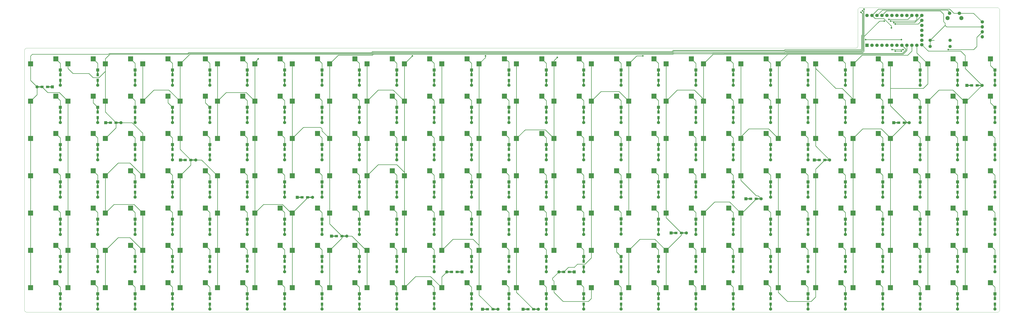
<source format=gbr>
%TF.GenerationSoftware,KiCad,Pcbnew,(6.0.5)*%
%TF.CreationDate,2022-08-07T16:14:43-07:00*%
%TF.ProjectId,Dreadnoughtus,44726561-646e-46f7-9567-687475732e6b,rev?*%
%TF.SameCoordinates,Original*%
%TF.FileFunction,Copper,L2,Bot*%
%TF.FilePolarity,Positive*%
%FSLAX46Y46*%
G04 Gerber Fmt 4.6, Leading zero omitted, Abs format (unit mm)*
G04 Created by KiCad (PCBNEW (6.0.5)) date 2022-08-07 16:14:43*
%MOMM*%
%LPD*%
G01*
G04 APERTURE LIST*
%TA.AperFunction,Profile*%
%ADD10C,0.100000*%
%TD*%
%TA.AperFunction,SMDPad,CuDef*%
%ADD11R,2.550000X2.500000*%
%TD*%
%TA.AperFunction,SMDPad,CuDef*%
%ADD12R,0.500000X2.900000*%
%TD*%
%TA.AperFunction,ComponentPad*%
%ADD13R,1.600000X1.600000*%
%TD*%
%TA.AperFunction,SMDPad,CuDef*%
%ADD14R,1.200000X1.600000*%
%TD*%
%TA.AperFunction,ComponentPad*%
%ADD15C,1.600000*%
%TD*%
%TA.AperFunction,SMDPad,CuDef*%
%ADD16R,1.600000X1.200000*%
%TD*%
%TA.AperFunction,SMDPad,CuDef*%
%ADD17R,2.900000X0.500000*%
%TD*%
%TA.AperFunction,ComponentPad*%
%ADD18C,1.651000*%
%TD*%
%TA.AperFunction,ComponentPad*%
%ADD19R,1.752600X1.752600*%
%TD*%
%TA.AperFunction,ComponentPad*%
%ADD20C,1.752600*%
%TD*%
%TA.AperFunction,ComponentPad*%
%ADD21C,1.700000*%
%TD*%
%TA.AperFunction,ComponentPad*%
%ADD22O,1.700000X1.700000*%
%TD*%
%TA.AperFunction,ComponentPad*%
%ADD23C,2.100000*%
%TD*%
%TA.AperFunction,ComponentPad*%
%ADD24C,1.750000*%
%TD*%
%TA.AperFunction,ViaPad*%
%ADD25C,0.800000*%
%TD*%
%TA.AperFunction,Conductor*%
%ADD26C,0.250000*%
%TD*%
G04 APERTURE END LIST*
D10*
X519659124Y-18646947D02*
X519659124Y-172634447D01*
X518865374Y-173428197D01*
X23565374Y-173428197D01*
X22771624Y-172634447D01*
X22771624Y-39284447D01*
X23565374Y-38490697D01*
X446634124Y-38490697D01*
X447427874Y-37696947D01*
X447427874Y-18646947D01*
X448221624Y-17853197D01*
X518865374Y-17853197D01*
X519659124Y-18646947D01*
D11*
%TO.P,MX131,1,COL*%
%TO.N,row10*%
X140146624Y-141836947D03*
%TO.P,MX131,2,ROW*%
%TO.N,Net-(D131-Pad1)*%
X153073624Y-139296947D03*
%TD*%
%TO.P,MX53,1,COL*%
%TO.N,row3*%
X387796624Y-122786947D03*
%TO.P,MX53,2,ROW*%
%TO.N,Net-(D53-Pad1)*%
X400723624Y-120246947D03*
%TD*%
%TO.P,MX92,1,COL*%
%TO.N,row6*%
X273481318Y-65651098D03*
%TO.P,MX92,2,ROW*%
%TO.N,Net-(D92-Pad1)*%
X286408318Y-63111098D03*
%TD*%
D12*
%TO.P,D80,1,A*%
%TO.N,Net-(D80-Pad1)*%
X326777874Y-108221947D03*
D13*
X326777874Y-106821947D03*
D14*
X326777874Y-109321947D03*
%TO.P,D80,2,K*%
%TO.N,Net-(D10-Pad2)*%
X326777874Y-112121947D03*
D12*
X326777874Y-113221947D03*
D15*
X326777874Y-114621947D03*
%TD*%
D11*
%TO.P,MX130,1,COL*%
%TO.N,row10*%
X140146624Y-122786947D03*
%TO.P,MX130,2,ROW*%
%TO.N,Net-(D130-Pad1)*%
X153073624Y-120246947D03*
%TD*%
D12*
%TO.P,D102,1,A*%
%TO.N,Net-(D102-Pad1)*%
X231527874Y-127271947D03*
D14*
X231527874Y-128371947D03*
D13*
X231527874Y-125871947D03*
D15*
%TO.P,D102,2,K*%
%TO.N,Net-(D102-Pad2)*%
X231527874Y-133671947D03*
D12*
X231527874Y-132271947D03*
D14*
X231527874Y-131171947D03*
%TD*%
D11*
%TO.P,MX129,1,COL*%
%TO.N,row10*%
X140146624Y-103736947D03*
%TO.P,MX129,2,ROW*%
%TO.N,Net-(D129-Pad1)*%
X153073624Y-101196947D03*
%TD*%
%TO.P,MX155,1,COL*%
%TO.N,row12*%
X63946624Y-65636947D03*
%TO.P,MX155,2,ROW*%
%TO.N,Net-(D155-Pad1)*%
X76873624Y-63096947D03*
%TD*%
%TO.P,MX1,1,COL*%
%TO.N,row0*%
X483046624Y-65636947D03*
%TO.P,MX1,2,ROW*%
%TO.N,Net-(D1-Pad1)*%
X495973624Y-63096947D03*
%TD*%
D12*
%TO.P,D178,1,A*%
%TO.N,Net-(D178-Pad1)*%
X60077874Y-108221947D03*
D13*
X60077874Y-106821947D03*
D14*
X60077874Y-109321947D03*
D12*
%TO.P,D178,2,K*%
%TO.N,Net-(D10-Pad2)*%
X60077874Y-113221947D03*
D14*
X60077874Y-112121947D03*
D15*
X60077874Y-114621947D03*
%TD*%
D13*
%TO.P,D177,1,A*%
%TO.N,Net-(D177-Pad1)*%
X60077874Y-87771947D03*
D14*
X60077874Y-90271947D03*
D12*
X60077874Y-89171947D03*
D14*
%TO.P,D177,2,K*%
%TO.N,Net-(D107-Pad2)*%
X60077874Y-93071947D03*
D12*
X60077874Y-94171947D03*
D15*
X60077874Y-95571947D03*
%TD*%
D12*
%TO.P,D140,1,A*%
%TO.N,Net-(D140-Pad1)*%
X117227874Y-51071947D03*
D13*
X117227874Y-49671947D03*
D14*
X117227874Y-52171947D03*
D15*
%TO.P,D140,2,K*%
%TO.N,Net-(D0-Pad2)*%
X117227874Y-57471947D03*
D12*
X117227874Y-56071947D03*
D14*
X117227874Y-54971947D03*
%TD*%
D13*
%TO.P,D137,1,A*%
%TO.N,Net-(D137-Pad1)*%
X174377874Y-125871947D03*
D14*
X174377874Y-128371947D03*
D12*
X174377874Y-127271947D03*
%TO.P,D137,2,K*%
%TO.N,Net-(D109-Pad2)*%
X174377874Y-132271947D03*
D15*
X174377874Y-133671947D03*
D14*
X174377874Y-131171947D03*
%TD*%
D11*
%TO.P,MX181,1,COL*%
%TO.N,row13*%
X44896624Y-160886947D03*
%TO.P,MX181,2,ROW*%
%TO.N,Net-(D181-Pad1)*%
X57823624Y-158346947D03*
%TD*%
%TO.P,MX124,1,COL*%
%TO.N,row9*%
X197296624Y-141836947D03*
%TO.P,MX124,2,ROW*%
%TO.N,Net-(D124-Pad1)*%
X210223624Y-139296947D03*
%TD*%
D13*
%TO.P,D212,1,A*%
%TO.N,Net-(D107-Pad2)*%
X102215374Y-95640697D03*
D16*
X104715374Y-95640697D03*
D17*
X103615374Y-95640697D03*
D15*
%TO.P,D212,2,K*%
%TO.N,row11*%
X110015374Y-95640697D03*
D16*
X107515374Y-95640697D03*
D17*
X108615374Y-95640697D03*
%TD*%
D13*
%TO.P,D62,1,A*%
%TO.N,Net-(D62-Pad1)*%
X345827874Y-163971947D03*
D14*
X345827874Y-166471947D03*
D12*
X345827874Y-165371947D03*
D14*
%TO.P,D62,2,K*%
%TO.N,Net-(D104-Pad2)*%
X345827874Y-169271947D03*
D12*
X345827874Y-170371947D03*
D15*
X345827874Y-171771947D03*
%TD*%
D14*
%TO.P,D131,1,A*%
%TO.N,Net-(D131-Pad1)*%
X155327874Y-147421947D03*
D12*
X155327874Y-146321947D03*
D13*
X155327874Y-144921947D03*
D15*
%TO.P,D131,2,K*%
%TO.N,Net-(D103-Pad2)*%
X155327874Y-152721947D03*
D12*
X155327874Y-151321947D03*
D14*
X155327874Y-150221947D03*
%TD*%
D11*
%TO.P,MX18,1,COL*%
%TO.N,row1*%
X444946624Y-122786947D03*
%TO.P,MX18,2,ROW*%
%TO.N,Net-(D18-Pad1)*%
X457873624Y-120246947D03*
%TD*%
%TO.P,MX178,1,COL*%
%TO.N,row13*%
X44896624Y-103736947D03*
%TO.P,MX178,2,ROW*%
%TO.N,Net-(D178-Pad1)*%
X57823624Y-101196947D03*
%TD*%
%TO.P,MX134,1,COL*%
%TO.N,row9*%
X159196624Y-65636947D03*
%TO.P,MX134,2,ROW*%
%TO.N,Net-(D134-Pad1)*%
X172123624Y-63096947D03*
%TD*%
%TO.P,MX109,1,COL*%
%TO.N,row7*%
X235396624Y-122786947D03*
%TO.P,MX109,2,ROW*%
%TO.N,Net-(D109-Pad1)*%
X248323624Y-120246947D03*
%TD*%
D13*
%TO.P,D153,1,A*%
%TO.N,Net-(D153-Pad1)*%
X136277874Y-163971947D03*
D12*
X136277874Y-165371947D03*
D14*
X136277874Y-166471947D03*
%TO.P,D153,2,K*%
%TO.N,Net-(D111-Pad2)*%
X136277874Y-169271947D03*
D12*
X136277874Y-170371947D03*
D15*
X136277874Y-171771947D03*
%TD*%
D14*
%TO.P,D54,1,A*%
%TO.N,Net-(D54-Pad1)*%
X402977874Y-147421947D03*
D12*
X402977874Y-146321947D03*
D13*
X402977874Y-144921947D03*
D12*
%TO.P,D54,2,K*%
%TO.N,Net-(D110-Pad2)*%
X402977874Y-151321947D03*
D15*
X402977874Y-152721947D03*
D14*
X402977874Y-150221947D03*
%TD*%
%TO.P,D129,1,A*%
%TO.N,Net-(D129-Pad1)*%
X155327874Y-109321947D03*
D12*
X155327874Y-108221947D03*
D13*
X155327874Y-106821947D03*
D15*
%TO.P,D129,2,K*%
%TO.N,Net-(D101-Pad2)*%
X155327874Y-114621947D03*
D12*
X155327874Y-113221947D03*
D14*
X155327874Y-112121947D03*
%TD*%
D13*
%TO.P,D2,1,A*%
%TO.N,Net-(D2-Pad1)*%
X498227874Y-87771947D03*
D14*
X498227874Y-90271947D03*
D12*
X498227874Y-89171947D03*
D15*
%TO.P,D2,2,K*%
%TO.N,Net-(D100-Pad2)*%
X498227874Y-95571947D03*
D14*
X498227874Y-93071947D03*
D12*
X498227874Y-94171947D03*
%TD*%
D13*
%TO.P,D52,1,A*%
%TO.N,Net-(D52-Pad1)*%
X402977874Y-106821947D03*
D12*
X402977874Y-108221947D03*
D14*
X402977874Y-109321947D03*
%TO.P,D52,2,K*%
%TO.N,Net-(D10-Pad2)*%
X402977874Y-112121947D03*
D15*
X402977874Y-114621947D03*
D12*
X402977874Y-113221947D03*
%TD*%
D11*
%TO.P,MX33,1,COL*%
%TO.N,row2*%
X406846624Y-141836947D03*
%TO.P,MX33,2,ROW*%
%TO.N,Net-(D33-Pad1)*%
X419773624Y-139296947D03*
%TD*%
D12*
%TO.P,D4,1,A*%
%TO.N,Net-(D4-Pad1)*%
X498227874Y-127271947D03*
D14*
X498227874Y-128371947D03*
D13*
X498227874Y-125871947D03*
D14*
%TO.P,D4,2,K*%
%TO.N,Net-(D102-Pad2)*%
X498227874Y-131171947D03*
D15*
X498227874Y-133671947D03*
D12*
X498227874Y-132271947D03*
%TD*%
D14*
%TO.P,D90,1,A*%
%TO.N,Net-(D90-Pad1)*%
X269612568Y-166486098D03*
D12*
X269612568Y-165386098D03*
D13*
X269612568Y-163986098D03*
D12*
%TO.P,D90,2,K*%
%TO.N,Net-(D104-Pad2)*%
X269612568Y-170386098D03*
D14*
X269612568Y-169286098D03*
D15*
X269612568Y-171786098D03*
%TD*%
D14*
%TO.P,D72,1,A*%
%TO.N,Net-(D72-Pad1)*%
X307727874Y-90271947D03*
D12*
X307727874Y-89171947D03*
D13*
X307727874Y-87771947D03*
D14*
%TO.P,D72,2,K*%
%TO.N,Net-(D100-Pad2)*%
X307727874Y-93071947D03*
D12*
X307727874Y-94171947D03*
D15*
X307727874Y-95571947D03*
%TD*%
D13*
%TO.P,D139,1,A*%
%TO.N,Net-(D139-Pad1)*%
X174377874Y-163971947D03*
D12*
X174377874Y-165371947D03*
D14*
X174377874Y-166471947D03*
%TO.P,D139,2,K*%
%TO.N,Net-(D111-Pad2)*%
X174377874Y-169271947D03*
D15*
X174377874Y-171771947D03*
D12*
X174377874Y-170371947D03*
%TD*%
D13*
%TO.P,D24,1,A*%
%TO.N,Net-(D24-Pad1)*%
X479177874Y-106821947D03*
D14*
X479177874Y-109321947D03*
D12*
X479177874Y-108221947D03*
D15*
%TO.P,D24,2,K*%
%TO.N,Net-(D10-Pad2)*%
X479177874Y-114621947D03*
D12*
X479177874Y-113221947D03*
D14*
X479177874Y-112121947D03*
%TD*%
D11*
%TO.P,MX7,1,COL*%
%TO.N,row0*%
X502096624Y-46586947D03*
%TO.P,MX7,2,ROW*%
%TO.N,Net-(D7-Pad1)*%
X515023624Y-44046947D03*
%TD*%
%TO.P,MX81,1,COL*%
%TO.N,row5*%
X311596624Y-122786947D03*
%TO.P,MX81,2,ROW*%
%TO.N,Net-(D81-Pad1)*%
X324523624Y-120246947D03*
%TD*%
D14*
%TO.P,D157,1,A*%
%TO.N,Net-(D157-Pad1)*%
X79127874Y-109321947D03*
D12*
X79127874Y-108221947D03*
D13*
X79127874Y-106821947D03*
D14*
%TO.P,D157,2,K*%
%TO.N,Net-(D101-Pad2)*%
X79127874Y-112121947D03*
D15*
X79127874Y-114621947D03*
D12*
X79127874Y-113221947D03*
%TD*%
D14*
%TO.P,D22,1,A*%
%TO.N,Net-(D22-Pad1)*%
X479177874Y-71221947D03*
D13*
X479177874Y-68721947D03*
D12*
X479177874Y-70121947D03*
D14*
%TO.P,D22,2,K*%
%TO.N,Net-(D106-Pad2)*%
X479177874Y-74021947D03*
D15*
X479177874Y-76521947D03*
D12*
X479177874Y-75121947D03*
%TD*%
D11*
%TO.P,MX105,1,COL*%
%TO.N,row7*%
X235396624Y-46586947D03*
%TO.P,MX105,2,ROW*%
%TO.N,Net-(D105-Pad1)*%
X248323624Y-44046947D03*
%TD*%
D18*
%TO.P,R0,1*%
%TO.N,SCL*%
X494461318Y-37696947D03*
%TO.P,R0,2*%
%TO.N,+5V*%
X484301318Y-37696947D03*
%TD*%
D11*
%TO.P,MX48,1,COL*%
%TO.N,row3*%
X368746624Y-160886947D03*
%TO.P,MX48,2,ROW*%
%TO.N,Net-(D48-Pad1)*%
X381673624Y-158346947D03*
%TD*%
D13*
%TO.P,D1,1,A*%
%TO.N,Net-(D1-Pad1)*%
X498227874Y-68721947D03*
D12*
X498227874Y-70121947D03*
D14*
X498227874Y-71221947D03*
%TO.P,D1,2,K*%
%TO.N,Net-(D1-Pad2)*%
X498227874Y-74021947D03*
D15*
X498227874Y-76521947D03*
D12*
X498227874Y-75121947D03*
%TD*%
D11*
%TO.P,MX32,1,COL*%
%TO.N,row2*%
X406846624Y-122786947D03*
%TO.P,MX32,2,ROW*%
%TO.N,Net-(D32-Pad1)*%
X419773624Y-120246947D03*
%TD*%
%TO.P,MX150,1,COL*%
%TO.N,row11*%
X121096624Y-103736947D03*
%TO.P,MX150,2,ROW*%
%TO.N,Net-(D150-Pad1)*%
X134023624Y-101196947D03*
%TD*%
D12*
%TO.P,D95,1,A*%
%TO.N,Net-(D95-Pad1)*%
X288662568Y-127286098D03*
D13*
X288662568Y-125886098D03*
D14*
X288662568Y-128386098D03*
D15*
%TO.P,D95,2,K*%
%TO.N,Net-(D109-Pad2)*%
X288662568Y-133686098D03*
D14*
X288662568Y-131186098D03*
D12*
X288662568Y-132286098D03*
%TD*%
D11*
%TO.P,MX91,1,COL*%
%TO.N,row6*%
X273481318Y-46601098D03*
%TO.P,MX91,2,ROW*%
%TO.N,Net-(D91-Pad1)*%
X286408318Y-44061098D03*
%TD*%
%TO.P,MX161,1,COL*%
%TO.N,row11*%
X82996624Y-46586947D03*
%TO.P,MX161,2,ROW*%
%TO.N,Net-(D161-Pad1)*%
X95923624Y-44046947D03*
%TD*%
%TO.P,MX37,1,COL*%
%TO.N,row2*%
X425896624Y-84686947D03*
%TO.P,MX37,2,ROW*%
%TO.N,Net-(D37-Pad1)*%
X438823624Y-82146947D03*
%TD*%
%TO.P,MX117,1,COL*%
%TO.N,row9*%
X178246624Y-141836947D03*
%TO.P,MX117,2,ROW*%
%TO.N,Net-(D117-Pad1)*%
X191173624Y-139296947D03*
%TD*%
%TO.P,MX5,1,COL*%
%TO.N,row0*%
X483046624Y-141836947D03*
%TO.P,MX5,2,ROW*%
%TO.N,Net-(D5-Pad1)*%
X495973624Y-139296947D03*
%TD*%
%TO.P,MX50,1,COL*%
%TO.N,row3*%
X387796624Y-65636947D03*
%TO.P,MX50,2,ROW*%
%TO.N,Net-(D50-Pad1)*%
X400723624Y-63096947D03*
%TD*%
%TO.P,MX140,1,COL*%
%TO.N,row11*%
X102046624Y-46586947D03*
%TO.P,MX140,2,ROW*%
%TO.N,Net-(D140-Pad1)*%
X114973624Y-44046947D03*
%TD*%
D13*
%TO.P,D147,1,A*%
%TO.N,Net-(D147-Pad1)*%
X136277874Y-49671947D03*
D12*
X136277874Y-51071947D03*
D14*
X136277874Y-52171947D03*
%TO.P,D147,2,K*%
%TO.N,Net-(D105-Pad2)*%
X136277874Y-54971947D03*
D15*
X136277874Y-57471947D03*
D12*
X136277874Y-56071947D03*
%TD*%
D11*
%TO.P,MX144,1,COL*%
%TO.N,row11*%
X102046624Y-122786947D03*
%TO.P,MX144,2,ROW*%
%TO.N,Net-(D144-Pad1)*%
X114973624Y-120246947D03*
%TD*%
%TO.P,MX71,1,COL*%
%TO.N,row6*%
X292546624Y-65636947D03*
%TO.P,MX71,2,ROW*%
%TO.N,Net-(D71-Pad1)*%
X305473624Y-63096947D03*
%TD*%
%TO.P,MX47,1,COL*%
%TO.N,row3*%
X368746624Y-141836947D03*
%TO.P,MX47,2,ROW*%
%TO.N,Net-(D47-Pad1)*%
X381673624Y-139296947D03*
%TD*%
D12*
%TO.P,D64,1,A*%
%TO.N,Net-(D64-Pad1)*%
X364877874Y-70121947D03*
D13*
X364877874Y-68721947D03*
D14*
X364877874Y-71221947D03*
%TO.P,D64,2,K*%
%TO.N,Net-(D106-Pad2)*%
X364877874Y-74021947D03*
D15*
X364877874Y-76521947D03*
D12*
X364877874Y-75121947D03*
%TD*%
D14*
%TO.P,D70,1,A*%
%TO.N,Net-(D70-Pad1)*%
X307727874Y-52171947D03*
D12*
X307727874Y-51071947D03*
D13*
X307727874Y-49671947D03*
D12*
%TO.P,D70,2,K*%
%TO.N,Net-(D0-Pad2)*%
X307727874Y-56071947D03*
D15*
X307727874Y-57471947D03*
D14*
X307727874Y-54971947D03*
%TD*%
D13*
%TO.P,D181,1,A*%
%TO.N,Net-(D181-Pad1)*%
X60077874Y-163971947D03*
D14*
X60077874Y-166471947D03*
D12*
X60077874Y-165371947D03*
D14*
%TO.P,D181,2,K*%
%TO.N,Net-(D111-Pad2)*%
X60077874Y-169271947D03*
D15*
X60077874Y-171771947D03*
D12*
X60077874Y-170371947D03*
%TD*%
D11*
%TO.P,MX65,1,COL*%
%TO.N,row4*%
X349696624Y-84686947D03*
%TO.P,MX65,2,ROW*%
%TO.N,Net-(D65-Pad1)*%
X362623624Y-82146947D03*
%TD*%
%TO.P,MX86,1,COL*%
%TO.N,row7*%
X254431318Y-84701098D03*
%TO.P,MX86,2,ROW*%
%TO.N,Net-(D86-Pad1)*%
X267358318Y-82161098D03*
%TD*%
%TO.P,MX112,1,COL*%
%TO.N,row9*%
X178246624Y-46586947D03*
%TO.P,MX112,2,ROW*%
%TO.N,Net-(D112-Pad1)*%
X191173624Y-44046947D03*
%TD*%
%TO.P,MX12,1,COL*%
%TO.N,row0*%
X502096624Y-141836947D03*
%TO.P,MX12,2,ROW*%
%TO.N,Net-(D12-Pad1)*%
X515023624Y-139296947D03*
%TD*%
D13*
%TO.P,D47,1,A*%
%TO.N,Net-(D47-Pad1)*%
X383927874Y-144921947D03*
D12*
X383927874Y-146321947D03*
D14*
X383927874Y-147421947D03*
%TO.P,D47,2,K*%
%TO.N,Net-(D103-Pad2)*%
X383927874Y-150221947D03*
D12*
X383927874Y-151321947D03*
D15*
X383927874Y-152721947D03*
%TD*%
D14*
%TO.P,D49,1,A*%
%TO.N,Net-(D49-Pad1)*%
X402977874Y-52171947D03*
D12*
X402977874Y-51071947D03*
D13*
X402977874Y-49671947D03*
D15*
%TO.P,D49,2,K*%
%TO.N,Net-(D105-Pad2)*%
X402977874Y-57471947D03*
D12*
X402977874Y-56071947D03*
D14*
X402977874Y-54971947D03*
%TD*%
D13*
%TO.P,D63,1,A*%
%TO.N,Net-(D63-Pad1)*%
X364877874Y-49671947D03*
D12*
X364877874Y-51071947D03*
D14*
X364877874Y-52171947D03*
%TO.P,D63,2,K*%
%TO.N,Net-(D105-Pad2)*%
X364877874Y-54971947D03*
D12*
X364877874Y-56071947D03*
D15*
X364877874Y-57471947D03*
%TD*%
D12*
%TO.P,D40,1,A*%
%TO.N,Net-(D40-Pad1)*%
X441077874Y-146321947D03*
D14*
X441077874Y-147421947D03*
D13*
X441077874Y-144921947D03*
D12*
%TO.P,D40,2,K*%
%TO.N,Net-(D110-Pad2)*%
X441077874Y-151321947D03*
D14*
X441077874Y-150221947D03*
D15*
X441077874Y-152721947D03*
%TD*%
D11*
%TO.P,MX30,1,COL*%
%TO.N,row3*%
X406846624Y-84686947D03*
%TO.P,MX30,2,ROW*%
%TO.N,Net-(D30-Pad1)*%
X419773624Y-82146947D03*
%TD*%
%TO.P,MX25,1,COL*%
%TO.N,row1*%
X463996624Y-122786947D03*
%TO.P,MX25,2,ROW*%
%TO.N,Net-(D25-Pad1)*%
X476923624Y-120246947D03*
%TD*%
D13*
%TO.P,D132,1,A*%
%TO.N,Net-(D132-Pad1)*%
X155327874Y-163971947D03*
D12*
X155327874Y-165371947D03*
D14*
X155327874Y-166471947D03*
D12*
%TO.P,D132,2,K*%
%TO.N,Net-(D104-Pad2)*%
X155327874Y-170371947D03*
D14*
X155327874Y-169271947D03*
D15*
X155327874Y-171771947D03*
%TD*%
D12*
%TO.P,D115,1,A*%
%TO.N,Net-(D115-Pad1)*%
X193427874Y-108221947D03*
D14*
X193427874Y-109321947D03*
D13*
X193427874Y-106821947D03*
D14*
%TO.P,D115,2,K*%
%TO.N,Net-(D101-Pad2)*%
X193427874Y-112121947D03*
D12*
X193427874Y-113221947D03*
D15*
X193427874Y-114621947D03*
%TD*%
D14*
%TO.P,D16,1,A*%
%TO.N,Net-(D16-Pad1)*%
X460127874Y-90271947D03*
D12*
X460127874Y-89171947D03*
D13*
X460127874Y-87771947D03*
D15*
%TO.P,D16,2,K*%
%TO.N,Net-(D100-Pad2)*%
X460127874Y-95571947D03*
D12*
X460127874Y-94171947D03*
D14*
X460127874Y-93071947D03*
%TD*%
D13*
%TO.P,D3,1,A*%
%TO.N,Net-(D3-Pad1)*%
X498227874Y-106821947D03*
D14*
X498227874Y-109321947D03*
D12*
X498227874Y-108221947D03*
D14*
%TO.P,D3,2,K*%
%TO.N,Net-(D101-Pad2)*%
X498227874Y-112121947D03*
D15*
X498227874Y-114621947D03*
D12*
X498227874Y-113221947D03*
%TD*%
D11*
%TO.P,MX35,1,COL*%
%TO.N,row2*%
X425896624Y-46586947D03*
%TO.P,MX35,2,ROW*%
%TO.N,Net-(D35-Pad1)*%
X438823624Y-44046947D03*
%TD*%
%TO.P,MX149,1,COL*%
%TO.N,row10*%
X121096624Y-84686947D03*
%TO.P,MX149,2,ROW*%
%TO.N,Net-(D149-Pad1)*%
X134023624Y-82146947D03*
%TD*%
%TO.P,MX108,1,COL*%
%TO.N,row7*%
X235396624Y-103736947D03*
%TO.P,MX108,2,ROW*%
%TO.N,Net-(D108-Pad1)*%
X248323624Y-101196947D03*
%TD*%
D12*
%TO.P,D55,1,A*%
%TO.N,Net-(D55-Pad1)*%
X402977874Y-165371947D03*
D13*
X402977874Y-163971947D03*
D14*
X402977874Y-166471947D03*
D15*
%TO.P,D55,2,K*%
%TO.N,Net-(D111-Pad2)*%
X402977874Y-171771947D03*
D14*
X402977874Y-169271947D03*
D12*
X402977874Y-170371947D03*
%TD*%
D14*
%TO.P,D5,1,A*%
%TO.N,Net-(D5-Pad1)*%
X498227874Y-147421947D03*
D13*
X498227874Y-144921947D03*
D12*
X498227874Y-146321947D03*
D15*
%TO.P,D5,2,K*%
%TO.N,Net-(D103-Pad2)*%
X498227874Y-152721947D03*
D12*
X498227874Y-151321947D03*
D14*
X498227874Y-150221947D03*
%TD*%
D11*
%TO.P,MX158,1,COL*%
%TO.N,row12*%
X63946624Y-122786947D03*
%TO.P,MX158,2,ROW*%
%TO.N,Net-(D158-Pad1)*%
X76873624Y-120246947D03*
%TD*%
D16*
%TO.P,D214,1,A*%
%TO.N,Net-(D105-Pad2)*%
X34490374Y-58334447D03*
D13*
X36990374Y-58334447D03*
D17*
X35590374Y-58334447D03*
%TO.P,D214,2,K*%
%TO.N,row13*%
X30590374Y-58334447D03*
D15*
X29190374Y-58334447D03*
D16*
X31690374Y-58334447D03*
%TD*%
D11*
%TO.P,MX13,1,COL*%
%TO.N,row0*%
X502096624Y-160886947D03*
%TO.P,MX13,2,ROW*%
%TO.N,Net-(D13-Pad1)*%
X515023624Y-158346947D03*
%TD*%
D12*
%TO.P,D31,1,A*%
%TO.N,Net-(D31-Pad1)*%
X422027874Y-108221947D03*
D14*
X422027874Y-109321947D03*
D13*
X422027874Y-106821947D03*
D12*
%TO.P,D31,2,K*%
%TO.N,Net-(D101-Pad2)*%
X422027874Y-113221947D03*
D14*
X422027874Y-112121947D03*
D15*
X422027874Y-114621947D03*
%TD*%
D12*
%TO.P,D92,1,A*%
%TO.N,Net-(D92-Pad1)*%
X288662568Y-70136098D03*
D13*
X288662568Y-68736098D03*
D14*
X288662568Y-71236098D03*
D15*
%TO.P,D92,2,K*%
%TO.N,Net-(D106-Pad2)*%
X288662568Y-76536098D03*
D12*
X288662568Y-75136098D03*
D14*
X288662568Y-74036098D03*
%TD*%
D11*
%TO.P,MX154,1,COL*%
%TO.N,row12*%
X63946624Y-46586947D03*
%TO.P,MX154,2,ROW*%
%TO.N,Net-(D154-Pad1)*%
X76873624Y-44046947D03*
%TD*%
D13*
%TO.P,D36,1,A*%
%TO.N,Net-(D36-Pad1)*%
X441077874Y-68721947D03*
D14*
X441077874Y-71221947D03*
D12*
X441077874Y-70121947D03*
%TO.P,D36,2,K*%
%TO.N,Net-(D106-Pad2)*%
X441077874Y-75121947D03*
D15*
X441077874Y-76521947D03*
D14*
X441077874Y-74021947D03*
%TD*%
D13*
%TO.P,D84,1,A*%
%TO.N,Net-(D84-Pad1)*%
X269612568Y-49686098D03*
D14*
X269612568Y-52186098D03*
D12*
X269612568Y-51086098D03*
%TO.P,D84,2,K*%
%TO.N,Net-(D0-Pad2)*%
X269612568Y-56086098D03*
D15*
X269612568Y-57486098D03*
D14*
X269612568Y-54986098D03*
%TD*%
%TO.P,D67,1,A*%
%TO.N,Net-(D67-Pad1)*%
X364877874Y-128371947D03*
D12*
X364877874Y-127271947D03*
D13*
X364877874Y-125871947D03*
D12*
%TO.P,D67,2,K*%
%TO.N,Net-(D109-Pad2)*%
X364877874Y-132271947D03*
D15*
X364877874Y-133671947D03*
D14*
X364877874Y-131171947D03*
%TD*%
D11*
%TO.P,MX63,1,COL*%
%TO.N,row4*%
X349696624Y-46586947D03*
%TO.P,MX63,2,ROW*%
%TO.N,Net-(D63-Pad1)*%
X362623624Y-44046947D03*
%TD*%
D13*
%TO.P,D78,1,A*%
%TO.N,Net-(D78-Pad1)*%
X326777874Y-68721947D03*
D14*
X326777874Y-71221947D03*
D12*
X326777874Y-70121947D03*
%TO.P,D78,2,K*%
%TO.N,Net-(D106-Pad2)*%
X326777874Y-75121947D03*
D14*
X326777874Y-74021947D03*
D15*
X326777874Y-76521947D03*
%TD*%
D12*
%TO.P,D27,1,A*%
%TO.N,Net-(D27-Pad1)*%
X479177874Y-165371947D03*
D14*
X479177874Y-166471947D03*
D13*
X479177874Y-163971947D03*
D15*
%TO.P,D27,2,K*%
%TO.N,Net-(D111-Pad2)*%
X479177874Y-171771947D03*
D12*
X479177874Y-170371947D03*
D14*
X479177874Y-169271947D03*
%TD*%
D12*
%TO.P,D106,1,A*%
%TO.N,Net-(D106-Pad1)*%
X250577874Y-70121947D03*
D14*
X250577874Y-71221947D03*
D13*
X250577874Y-68721947D03*
D12*
%TO.P,D106,2,K*%
%TO.N,Net-(D106-Pad2)*%
X250577874Y-75121947D03*
D14*
X250577874Y-74021947D03*
D15*
X250577874Y-76521947D03*
%TD*%
D11*
%TO.P,MX122,1,COL*%
%TO.N,row8*%
X197296624Y-103736947D03*
%TO.P,MX122,2,ROW*%
%TO.N,Net-(D122-Pad1)*%
X210223624Y-101196947D03*
%TD*%
D13*
%TO.P,D165,1,A*%
%TO.N,Net-(D165-Pad1)*%
X98177874Y-125871947D03*
D14*
X98177874Y-128371947D03*
D12*
X98177874Y-127271947D03*
%TO.P,D165,2,K*%
%TO.N,Net-(D109-Pad2)*%
X98177874Y-132271947D03*
D14*
X98177874Y-131171947D03*
D15*
X98177874Y-133671947D03*
%TD*%
D13*
%TO.P,D89,1,A*%
%TO.N,Net-(D89-Pad1)*%
X269612568Y-144936098D03*
D14*
X269612568Y-147436098D03*
D12*
X269612568Y-146336098D03*
%TO.P,D89,2,K*%
%TO.N,Net-(D103-Pad2)*%
X269612568Y-151336098D03*
D14*
X269612568Y-150236098D03*
D15*
X269612568Y-152736098D03*
%TD*%
D11*
%TO.P,MX113,1,COL*%
%TO.N,row9*%
X178246624Y-65636947D03*
%TO.P,MX113,2,ROW*%
%TO.N,Net-(D113-Pad1)*%
X191173624Y-63096947D03*
%TD*%
%TO.P,MX101,1,COL*%
%TO.N,row8*%
X216346624Y-103736947D03*
%TO.P,MX101,2,ROW*%
%TO.N,Net-(D101-Pad1)*%
X229273624Y-101196947D03*
%TD*%
D13*
%TO.P,D96,1,A*%
%TO.N,Net-(D96-Pad1)*%
X288662568Y-144936098D03*
D14*
X288662568Y-147436098D03*
D12*
X288662568Y-146336098D03*
D14*
%TO.P,D96,2,K*%
%TO.N,Net-(D110-Pad2)*%
X288662568Y-150236098D03*
D12*
X288662568Y-151336098D03*
D15*
X288662568Y-152736098D03*
%TD*%
D12*
%TO.P,D0,1,A*%
%TO.N,Net-(D0-Pad1)*%
X498227874Y-51071947D03*
D14*
X498227874Y-52171947D03*
D13*
X498227874Y-49671947D03*
D12*
%TO.P,D0,2,K*%
%TO.N,Net-(D0-Pad2)*%
X498227874Y-56071947D03*
D14*
X498227874Y-54971947D03*
D15*
X498227874Y-57471947D03*
%TD*%
D12*
%TO.P,D108,1,A*%
%TO.N,Net-(D108-Pad1)*%
X250577874Y-108221947D03*
D13*
X250577874Y-106821947D03*
D14*
X250577874Y-109321947D03*
D15*
%TO.P,D108,2,K*%
%TO.N,Net-(D10-Pad2)*%
X250577874Y-114621947D03*
D12*
X250577874Y-113221947D03*
D14*
X250577874Y-112121947D03*
%TD*%
D11*
%TO.P,MX40,1,COL*%
%TO.N,row2*%
X425896624Y-141836947D03*
%TO.P,MX40,2,ROW*%
%TO.N,Net-(D40-Pad1)*%
X438823624Y-139296947D03*
%TD*%
D12*
%TO.P,D83,1,A*%
%TO.N,Net-(D83-Pad1)*%
X326777874Y-165371947D03*
D13*
X326777874Y-163971947D03*
D14*
X326777874Y-166471947D03*
%TO.P,D83,2,K*%
%TO.N,Net-(D111-Pad2)*%
X326777874Y-169271947D03*
D12*
X326777874Y-170371947D03*
D15*
X326777874Y-171771947D03*
%TD*%
D11*
%TO.P,MX165,1,COL*%
%TO.N,row12*%
X82996624Y-122786947D03*
%TO.P,MX165,2,ROW*%
%TO.N,Net-(D165-Pad1)*%
X95923624Y-120246947D03*
%TD*%
%TO.P,MX46,1,COL*%
%TO.N,row3*%
X368746624Y-122786947D03*
%TO.P,MX46,2,ROW*%
%TO.N,Net-(D46-Pad1)*%
X381673624Y-120246947D03*
%TD*%
%TO.P,MX80,1,COL*%
%TO.N,row5*%
X311596624Y-103736947D03*
%TO.P,MX80,2,ROW*%
%TO.N,Net-(D80-Pad1)*%
X324523624Y-101196947D03*
%TD*%
%TO.P,MX151,1,COL*%
%TO.N,row11*%
X121096624Y-122786947D03*
%TO.P,MX151,2,ROW*%
%TO.N,Net-(D151-Pad1)*%
X134023624Y-120246947D03*
%TD*%
%TO.P,MX99,1,COL*%
%TO.N,row8*%
X216346624Y-65636947D03*
%TO.P,MX99,2,ROW*%
%TO.N,Net-(D99-Pad1)*%
X229273624Y-63096947D03*
%TD*%
D14*
%TO.P,D28,1,A*%
%TO.N,Net-(D28-Pad1)*%
X422027874Y-52171947D03*
D12*
X422027874Y-51071947D03*
D13*
X422027874Y-49671947D03*
D14*
%TO.P,D28,2,K*%
%TO.N,Net-(D0-Pad2)*%
X422027874Y-54971947D03*
D15*
X422027874Y-57471947D03*
D12*
X422027874Y-56071947D03*
%TD*%
D11*
%TO.P,MX164,1,COL*%
%TO.N,row12*%
X82996624Y-103736947D03*
%TO.P,MX164,2,ROW*%
%TO.N,Net-(D164-Pad1)*%
X95923624Y-101196947D03*
%TD*%
D17*
%TO.P,D213,1,A*%
%TO.N,Net-(D106-Pad2)*%
X65515374Y-76590697D03*
D16*
X66615374Y-76590697D03*
D13*
X64115374Y-76590697D03*
D15*
%TO.P,D213,2,K*%
%TO.N,row12*%
X71915374Y-76590697D03*
D16*
X69415374Y-76590697D03*
D17*
X70515374Y-76590697D03*
%TD*%
D12*
%TO.P,D104,1,A*%
%TO.N,Net-(D104-Pad1)*%
X231527874Y-165184447D03*
D14*
X231527874Y-166284447D03*
D13*
X231527874Y-163784447D03*
D14*
%TO.P,D104,2,K*%
%TO.N,Net-(D104-Pad2)*%
X231527874Y-169084447D03*
D12*
X231527874Y-170184447D03*
D15*
X231527874Y-171584447D03*
%TD*%
D11*
%TO.P,MX14,1,COL*%
%TO.N,row2*%
X444946624Y-46586947D03*
%TO.P,MX14,2,ROW*%
%TO.N,Net-(D14-Pad1)*%
X457873624Y-44046947D03*
%TD*%
%TO.P,MX44,1,COL*%
%TO.N,row4*%
X368746624Y-84686947D03*
%TO.P,MX44,2,ROW*%
%TO.N,Net-(D44-Pad1)*%
X381673624Y-82146947D03*
%TD*%
%TO.P,MX74,1,COL*%
%TO.N,row6*%
X292546624Y-122786947D03*
%TO.P,MX74,2,ROW*%
%TO.N,Net-(D74-Pad1)*%
X305473624Y-120246947D03*
%TD*%
%TO.P,MX23,1,COL*%
%TO.N,row1*%
X463996624Y-84686947D03*
%TO.P,MX23,2,ROW*%
%TO.N,Net-(D23-Pad1)*%
X476923624Y-82146947D03*
%TD*%
D12*
%TO.P,D125,1,A*%
%TO.N,Net-(D125-Pad1)*%
X212477874Y-165371947D03*
D13*
X212477874Y-163971947D03*
D14*
X212477874Y-166471947D03*
%TO.P,D125,2,K*%
%TO.N,Net-(D111-Pad2)*%
X212477874Y-169271947D03*
D12*
X212477874Y-170371947D03*
D15*
X212477874Y-171771947D03*
%TD*%
D11*
%TO.P,MX24,1,COL*%
%TO.N,row1*%
X463996624Y-103736947D03*
%TO.P,MX24,2,ROW*%
%TO.N,Net-(D24-Pad1)*%
X476923624Y-101196947D03*
%TD*%
D13*
%TO.P,D121,1,A*%
%TO.N,Net-(D121-Pad1)*%
X212477874Y-87771947D03*
D14*
X212477874Y-90271947D03*
D12*
X212477874Y-89171947D03*
D15*
%TO.P,D121,2,K*%
%TO.N,Net-(D107-Pad2)*%
X212477874Y-95571947D03*
D12*
X212477874Y-94171947D03*
D14*
X212477874Y-93071947D03*
%TD*%
D11*
%TO.P,MX4,1,COL*%
%TO.N,row0*%
X483046624Y-122786947D03*
%TO.P,MX4,2,ROW*%
%TO.N,Net-(D4-Pad1)*%
X495973624Y-120246947D03*
%TD*%
D14*
%TO.P,D23,1,A*%
%TO.N,Net-(D23-Pad1)*%
X479177874Y-90271947D03*
D13*
X479177874Y-87771947D03*
D12*
X479177874Y-89171947D03*
D15*
%TO.P,D23,2,K*%
%TO.N,Net-(D107-Pad2)*%
X479177874Y-95571947D03*
D12*
X479177874Y-94171947D03*
D14*
X479177874Y-93071947D03*
%TD*%
D11*
%TO.P,MX93,1,COL*%
%TO.N,row6*%
X273481318Y-84701098D03*
%TO.P,MX93,2,ROW*%
%TO.N,Net-(D93-Pad1)*%
X286408318Y-82161098D03*
%TD*%
%TO.P,MX66,1,COL*%
%TO.N,row4*%
X349696624Y-103736947D03*
%TO.P,MX66,2,ROW*%
%TO.N,Net-(D66-Pad1)*%
X362623624Y-101196947D03*
%TD*%
D19*
%TO.P,U1,1,TX0/PD3*%
%TO.N,unconnected-(U1-Pad1)*%
X452113374Y-37061947D03*
D20*
%TO.P,U1,2,RX1/PD2*%
%TO.N,unconnected-(U1-Pad2)*%
X454653374Y-37061947D03*
%TO.P,U1,3,GND*%
%TO.N,GND1*%
X457193374Y-37061947D03*
%TO.P,U1,4,GND*%
X459733374Y-37061947D03*
%TO.P,U1,5,2/PD1*%
%TO.N,SCL*%
X462273374Y-37061947D03*
%TO.P,U1,6,3/PD0*%
%TO.N,SDA*%
X464813374Y-37061947D03*
%TO.P,U1,7,4/PD4*%
%TO.N,row5*%
X467353374Y-37061947D03*
%TO.P,U1,8,5/PC6*%
%TO.N,row4*%
X469893374Y-37061947D03*
%TO.P,U1,9,6/PD7*%
%TO.N,row3*%
X472433374Y-37061947D03*
%TO.P,U1,10,7/PE6*%
%TO.N,row2*%
X474973374Y-37061947D03*
%TO.P,U1,11,8/PB4*%
%TO.N,row1*%
X477513374Y-37061947D03*
%TO.P,U1,12,9/PB5*%
%TO.N,row0*%
X480053374Y-36833347D03*
%TO.P,U1,13,10/PB6*%
%TO.N,row8*%
X480053374Y-21821947D03*
%TO.P,U1,14,16/PB2*%
%TO.N,row9*%
X477513374Y-21821947D03*
%TO.P,U1,15,14/PB3*%
%TO.N,row10*%
X474973374Y-21821947D03*
%TO.P,U1,16,15/PB1*%
%TO.N,row11*%
X472433374Y-21821947D03*
%TO.P,U1,17,A0/PF7*%
%TO.N,row12*%
X469893374Y-21821947D03*
%TO.P,U1,18,A1/PF6*%
%TO.N,row13*%
X467353374Y-21821947D03*
%TO.P,U1,19,A2/PF5*%
%TO.N,unconnected-(U1-Pad19)*%
X464813374Y-21821947D03*
%TO.P,U1,20,A3/PF4*%
%TO.N,unconnected-(U1-Pad20)*%
X462273374Y-21821947D03*
%TO.P,U1,21,VCC*%
%TO.N,+5V*%
X459733374Y-21821947D03*
%TO.P,U1,22,RST*%
%TO.N,reset*%
X457193374Y-21821947D03*
%TO.P,U1,23,GND*%
%TO.N,GND1*%
X454653374Y-21821947D03*
%TO.P,U1,24,B0*%
%TO.N,unconnected-(U1-Pad24)*%
X452113374Y-21821947D03*
%TO.P,U1,25,B7*%
%TO.N,row6*%
X480053374Y-34521947D03*
%TO.P,U1,26,D5*%
%TO.N,unconnected-(U1-Pad26)*%
X480053374Y-31981947D03*
%TO.P,U1,27,C7*%
%TO.N,unconnected-(U1-Pad27)*%
X480053374Y-29441947D03*
%TO.P,U1,28,F1*%
%TO.N,unconnected-(U1-Pad28)*%
X480053374Y-26901947D03*
%TO.P,U1,29,F0*%
%TO.N,row7*%
X480053374Y-24361947D03*
%TD*%
D11*
%TO.P,MX87,1,COL*%
%TO.N,row7*%
X254431318Y-103751098D03*
%TO.P,MX87,2,ROW*%
%TO.N,Net-(D87-Pad1)*%
X267358318Y-101211098D03*
%TD*%
D12*
%TO.P,D117,1,A*%
%TO.N,Net-(D117-Pad1)*%
X193427874Y-146321947D03*
D13*
X193427874Y-144921947D03*
D14*
X193427874Y-147421947D03*
D12*
%TO.P,D117,2,K*%
%TO.N,Net-(D103-Pad2)*%
X193427874Y-151321947D03*
D14*
X193427874Y-150221947D03*
D15*
X193427874Y-152721947D03*
%TD*%
D11*
%TO.P,MX79,1,COL*%
%TO.N,row5*%
X311596624Y-84686947D03*
%TO.P,MX79,2,ROW*%
%TO.N,Net-(D79-Pad1)*%
X324523624Y-82146947D03*
%TD*%
D13*
%TO.P,D8,1,A*%
%TO.N,Net-(D8-Pad1)*%
X517277874Y-68721947D03*
D14*
X517277874Y-71221947D03*
D12*
X517277874Y-70121947D03*
D15*
%TO.P,D8,2,K*%
%TO.N,Net-(D106-Pad2)*%
X517277874Y-76521947D03*
D14*
X517277874Y-74021947D03*
D12*
X517277874Y-75121947D03*
%TD*%
D14*
%TO.P,D33,1,A*%
%TO.N,Net-(D33-Pad1)*%
X422027874Y-147421947D03*
D13*
X422027874Y-144921947D03*
D12*
X422027874Y-146321947D03*
D14*
%TO.P,D33,2,K*%
%TO.N,Net-(D103-Pad2)*%
X422027874Y-150221947D03*
D12*
X422027874Y-151321947D03*
D15*
X422027874Y-152721947D03*
%TD*%
D13*
%TO.P,D35,1,A*%
%TO.N,Net-(D35-Pad1)*%
X441077874Y-49671947D03*
D14*
X441077874Y-52171947D03*
D12*
X441077874Y-51071947D03*
D14*
%TO.P,D35,2,K*%
%TO.N,Net-(D105-Pad2)*%
X441077874Y-54971947D03*
D15*
X441077874Y-57471947D03*
D12*
X441077874Y-56071947D03*
%TD*%
D11*
%TO.P,MX15,1,COL*%
%TO.N,row2*%
X444946624Y-65636947D03*
%TO.P,MX15,2,ROW*%
%TO.N,Net-(D15-Pad1)*%
X457873624Y-63096947D03*
%TD*%
D12*
%TO.P,D164,1,A*%
%TO.N,Net-(D164-Pad1)*%
X98177874Y-108221947D03*
D14*
X98177874Y-109321947D03*
D13*
X98177874Y-106821947D03*
D15*
%TO.P,D164,2,K*%
%TO.N,Net-(D10-Pad2)*%
X98177874Y-114621947D03*
D12*
X98177874Y-113221947D03*
D14*
X98177874Y-112121947D03*
%TD*%
D11*
%TO.P,MX75,1,COL*%
%TO.N,row6*%
X292546624Y-141836947D03*
%TO.P,MX75,2,ROW*%
%TO.N,Net-(D75-Pad1)*%
X305473624Y-139296947D03*
%TD*%
%TO.P,MX116,1,COL*%
%TO.N,row9*%
X178246624Y-122786947D03*
%TO.P,MX116,2,ROW*%
%TO.N,Net-(D116-Pad1)*%
X191173624Y-120246947D03*
%TD*%
%TO.P,MX120,1,COL*%
%TO.N,row8*%
X197296624Y-65636947D03*
%TO.P,MX120,2,ROW*%
%TO.N,Net-(D120-Pad1)*%
X210223624Y-63096947D03*
%TD*%
%TO.P,MX115,1,COL*%
%TO.N,row9*%
X178246624Y-103736947D03*
%TO.P,MX115,2,ROW*%
%TO.N,Net-(D115-Pad1)*%
X191173624Y-101196947D03*
%TD*%
D13*
%TO.P,D19,1,A*%
%TO.N,Net-(D19-Pad1)*%
X460127874Y-144921947D03*
D12*
X460127874Y-146321947D03*
D14*
X460127874Y-147421947D03*
%TO.P,D19,2,K*%
%TO.N,Net-(D103-Pad2)*%
X460127874Y-150221947D03*
D15*
X460127874Y-152721947D03*
D12*
X460127874Y-151321947D03*
%TD*%
D11*
%TO.P,MX3,1,COL*%
%TO.N,row0*%
X483046624Y-103736947D03*
%TO.P,MX3,2,ROW*%
%TO.N,Net-(D3-Pad1)*%
X495973624Y-101196947D03*
%TD*%
%TO.P,MX90,1,COL*%
%TO.N,row7*%
X254431318Y-160901098D03*
%TO.P,MX90,2,ROW*%
%TO.N,Net-(D90-Pad1)*%
X267358318Y-158361098D03*
%TD*%
D14*
%TO.P,D174,1,A*%
%TO.N,Net-(D174-Pad1)*%
X41027874Y-166471947D03*
D13*
X41027874Y-163971947D03*
D12*
X41027874Y-165371947D03*
%TO.P,D174,2,K*%
%TO.N,Net-(D104-Pad2)*%
X41027874Y-170371947D03*
D15*
X41027874Y-171771947D03*
D14*
X41027874Y-169271947D03*
%TD*%
D13*
%TO.P,D202,1,A*%
%TO.N,Net-(D1-Pad2)*%
X465752874Y-76590697D03*
D16*
X468252874Y-76590697D03*
D17*
X467152874Y-76590697D03*
D15*
%TO.P,D202,2,K*%
%TO.N,row1*%
X473552874Y-76590697D03*
D16*
X471052874Y-76590697D03*
D17*
X472152874Y-76590697D03*
%TD*%
D11*
%TO.P,MX153,1,COL*%
%TO.N,row11*%
X121096624Y-160886947D03*
%TO.P,MX153,2,ROW*%
%TO.N,Net-(D153-Pad1)*%
X134023624Y-158346947D03*
%TD*%
%TO.P,MX159,1,COL*%
%TO.N,row12*%
X63946624Y-141836947D03*
%TO.P,MX159,2,ROW*%
%TO.N,Net-(D159-Pad1)*%
X76873624Y-139296947D03*
%TD*%
%TO.P,MX167,1,COL*%
%TO.N,row12*%
X82996624Y-160886947D03*
%TO.P,MX167,2,ROW*%
%TO.N,Net-(D167-Pad1)*%
X95923624Y-158346947D03*
%TD*%
%TO.P,MX51,1,COL*%
%TO.N,row3*%
X387796624Y-84686947D03*
%TO.P,MX51,2,ROW*%
%TO.N,Net-(D51-Pad1)*%
X400723624Y-82146947D03*
%TD*%
D13*
%TO.P,D161,1,A*%
%TO.N,Net-(D161-Pad1)*%
X98177874Y-49671947D03*
D12*
X98177874Y-51071947D03*
D14*
X98177874Y-52171947D03*
%TO.P,D161,2,K*%
%TO.N,Net-(D105-Pad2)*%
X98177874Y-54971947D03*
D15*
X98177874Y-57471947D03*
D12*
X98177874Y-56071947D03*
%TD*%
%TO.P,D38,1,A*%
%TO.N,Net-(D38-Pad1)*%
X441077874Y-108221947D03*
D13*
X441077874Y-106821947D03*
D14*
X441077874Y-109321947D03*
%TO.P,D38,2,K*%
%TO.N,Net-(D10-Pad2)*%
X441077874Y-112121947D03*
D12*
X441077874Y-113221947D03*
D15*
X441077874Y-114621947D03*
%TD*%
D11*
%TO.P,MX162,1,COL*%
%TO.N,row11*%
X82996624Y-65636947D03*
%TO.P,MX162,2,ROW*%
%TO.N,Net-(D162-Pad1)*%
X95923624Y-63096947D03*
%TD*%
%TO.P,MX54,1,COL*%
%TO.N,row3*%
X387796624Y-141836947D03*
%TO.P,MX54,2,ROW*%
%TO.N,Net-(D54-Pad1)*%
X400723624Y-139296947D03*
%TD*%
D12*
%TO.P,D101,1,A*%
%TO.N,Net-(D101-Pad1)*%
X231527874Y-108221947D03*
D13*
X231527874Y-106821947D03*
D14*
X231527874Y-109321947D03*
%TO.P,D101,2,K*%
%TO.N,Net-(D101-Pad2)*%
X231527874Y-112121947D03*
D12*
X231527874Y-113221947D03*
D15*
X231527874Y-114621947D03*
%TD*%
D14*
%TO.P,D65,1,A*%
%TO.N,Net-(D65-Pad1)*%
X364877874Y-90271947D03*
D12*
X364877874Y-89171947D03*
D13*
X364877874Y-87771947D03*
D14*
%TO.P,D65,2,K*%
%TO.N,Net-(D107-Pad2)*%
X364877874Y-93071947D03*
D15*
X364877874Y-95571947D03*
D12*
X364877874Y-94171947D03*
%TD*%
D11*
%TO.P,MX20,1,COL*%
%TO.N,row1*%
X444946624Y-160886947D03*
%TO.P,MX20,2,ROW*%
%TO.N,Net-(D20-Pad1)*%
X457873624Y-158346947D03*
%TD*%
%TO.P,MX21,1,COL*%
%TO.N,row1*%
X463996624Y-46586947D03*
%TO.P,MX21,2,ROW*%
%TO.N,Net-(D21-Pad1)*%
X476923624Y-44046947D03*
%TD*%
D13*
%TO.P,D136,1,A*%
%TO.N,Net-(D136-Pad1)*%
X174377874Y-106821947D03*
D12*
X174377874Y-108221947D03*
D14*
X174377874Y-109321947D03*
D12*
%TO.P,D136,2,K*%
%TO.N,Net-(D10-Pad2)*%
X174377874Y-113221947D03*
D14*
X174377874Y-112121947D03*
D15*
X174377874Y-114621947D03*
%TD*%
D11*
%TO.P,MX176,1,COL*%
%TO.N,row13*%
X44896624Y-65636947D03*
%TO.P,MX176,2,ROW*%
%TO.N,Net-(D176-Pad1)*%
X57823624Y-63096947D03*
%TD*%
D14*
%TO.P,D122,1,A*%
%TO.N,Net-(D122-Pad1)*%
X212477874Y-109321947D03*
D12*
X212477874Y-108221947D03*
D13*
X212477874Y-106821947D03*
D15*
%TO.P,D122,2,K*%
%TO.N,Net-(D10-Pad2)*%
X212477874Y-114621947D03*
D14*
X212477874Y-112121947D03*
D12*
X212477874Y-113221947D03*
%TD*%
D11*
%TO.P,MX11,1,COL*%
%TO.N,row0*%
X502096624Y-122786947D03*
%TO.P,MX11,2,ROW*%
%TO.N,Net-(D11-Pad1)*%
X515023624Y-120246947D03*
%TD*%
%TO.P,MX141,1,COL*%
%TO.N,row11*%
X102046624Y-65636947D03*
%TO.P,MX141,2,ROW*%
%TO.N,Net-(D141-Pad1)*%
X114973624Y-63096947D03*
%TD*%
%TO.P,MX49,1,COL*%
%TO.N,row3*%
X387796624Y-46586947D03*
%TO.P,MX49,2,ROW*%
%TO.N,Net-(D49-Pad1)*%
X400723624Y-44046947D03*
%TD*%
%TO.P,MX142,1,COL*%
%TO.N,row11*%
X102046624Y-84686947D03*
%TO.P,MX142,2,ROW*%
%TO.N,Net-(D142-Pad1)*%
X114973624Y-82146947D03*
%TD*%
%TO.P,MX6,1,COL*%
%TO.N,row0*%
X483046624Y-160886947D03*
%TO.P,MX6,2,ROW*%
%TO.N,Net-(D6-Pad1)*%
X495973624Y-158346947D03*
%TD*%
%TO.P,MX59,1,COL*%
%TO.N,row5*%
X330646624Y-103736947D03*
%TO.P,MX59,2,ROW*%
%TO.N,Net-(D59-Pad1)*%
X343573624Y-101196947D03*
%TD*%
%TO.P,MX36,1,COL*%
%TO.N,row2*%
X425896624Y-65636947D03*
%TO.P,MX36,2,ROW*%
%TO.N,Net-(D36-Pad1)*%
X438823624Y-63096947D03*
%TD*%
D12*
%TO.P,D59,1,A*%
%TO.N,Net-(D59-Pad1)*%
X345827874Y-108221947D03*
D13*
X345827874Y-106821947D03*
D14*
X345827874Y-109321947D03*
%TO.P,D59,2,K*%
%TO.N,Net-(D101-Pad2)*%
X345827874Y-112121947D03*
D15*
X345827874Y-114621947D03*
D12*
X345827874Y-113221947D03*
%TD*%
%TO.P,D172,1,A*%
%TO.N,Net-(D172-Pad1)*%
X41027874Y-127271947D03*
D13*
X41027874Y-125871947D03*
D14*
X41027874Y-128371947D03*
D12*
%TO.P,D172,2,K*%
%TO.N,Net-(D102-Pad2)*%
X41027874Y-132271947D03*
D15*
X41027874Y-133671947D03*
D14*
X41027874Y-131171947D03*
%TD*%
D11*
%TO.P,MX95,1,COL*%
%TO.N,row6*%
X273481318Y-122801098D03*
%TO.P,MX95,2,ROW*%
%TO.N,Net-(D95-Pad1)*%
X286408318Y-120261098D03*
%TD*%
D14*
%TO.P,D32,1,A*%
%TO.N,Net-(D32-Pad1)*%
X422027874Y-128371947D03*
D13*
X422027874Y-125871947D03*
D12*
X422027874Y-127271947D03*
D14*
%TO.P,D32,2,K*%
%TO.N,Net-(D102-Pad2)*%
X422027874Y-131171947D03*
D12*
X422027874Y-132271947D03*
D15*
X422027874Y-133671947D03*
%TD*%
D13*
%TO.P,D155,1,A*%
%TO.N,Net-(D155-Pad1)*%
X79127874Y-68721947D03*
D12*
X79127874Y-70121947D03*
D14*
X79127874Y-71221947D03*
D12*
%TO.P,D155,2,K*%
%TO.N,Net-(D1-Pad2)*%
X79127874Y-75121947D03*
D14*
X79127874Y-74021947D03*
D15*
X79127874Y-76521947D03*
%TD*%
D13*
%TO.P,D76,1,A*%
%TO.N,Net-(D76-Pad1)*%
X307727874Y-163971947D03*
D14*
X307727874Y-166471947D03*
D12*
X307727874Y-165371947D03*
D15*
%TO.P,D76,2,K*%
%TO.N,Net-(D104-Pad2)*%
X307727874Y-171771947D03*
D14*
X307727874Y-169271947D03*
D12*
X307727874Y-170371947D03*
%TD*%
D11*
%TO.P,MX82,1,COL*%
%TO.N,row5*%
X311596624Y-141836947D03*
%TO.P,MX82,2,ROW*%
%TO.N,Net-(D82-Pad1)*%
X324523624Y-139296947D03*
%TD*%
D13*
%TO.P,D94,1,A*%
%TO.N,Net-(D94-Pad1)*%
X288662568Y-106836098D03*
D12*
X288662568Y-108236098D03*
D14*
X288662568Y-109336098D03*
D12*
%TO.P,D94,2,K*%
%TO.N,Net-(D10-Pad2)*%
X288662568Y-113236098D03*
D14*
X288662568Y-112136098D03*
D15*
X288662568Y-114636098D03*
%TD*%
D14*
%TO.P,D168,1,A*%
%TO.N,Net-(D168-Pad1)*%
X41027874Y-52171947D03*
D13*
X41027874Y-49671947D03*
D12*
X41027874Y-51071947D03*
D15*
%TO.P,D168,2,K*%
%TO.N,Net-(D0-Pad2)*%
X41027874Y-57471947D03*
D12*
X41027874Y-56071947D03*
D14*
X41027874Y-54971947D03*
%TD*%
%TO.P,D171,1,A*%
%TO.N,Net-(D171-Pad1)*%
X41027874Y-109321947D03*
D12*
X41027874Y-108221947D03*
D13*
X41027874Y-106821947D03*
D15*
%TO.P,D171,2,K*%
%TO.N,Net-(D101-Pad2)*%
X41027874Y-114621947D03*
D12*
X41027874Y-113221947D03*
D14*
X41027874Y-112121947D03*
%TD*%
D11*
%TO.P,MX17,1,COL*%
%TO.N,row1*%
X444946624Y-103736947D03*
%TO.P,MX17,2,ROW*%
%TO.N,Net-(D17-Pad1)*%
X457873624Y-101196947D03*
%TD*%
D12*
%TO.P,D93,1,A*%
%TO.N,Net-(D93-Pad1)*%
X288662568Y-89186098D03*
D14*
X288662568Y-90286098D03*
D13*
X288662568Y-87786098D03*
D15*
%TO.P,D93,2,K*%
%TO.N,Net-(D107-Pad2)*%
X288662568Y-95586098D03*
D14*
X288662568Y-93086098D03*
D12*
X288662568Y-94186098D03*
%TD*%
D14*
%TO.P,D113,1,A*%
%TO.N,Net-(D113-Pad1)*%
X193427874Y-71221947D03*
D13*
X193427874Y-68721947D03*
D12*
X193427874Y-70121947D03*
%TO.P,D113,2,K*%
%TO.N,Net-(D1-Pad2)*%
X193427874Y-75121947D03*
D15*
X193427874Y-76521947D03*
D14*
X193427874Y-74021947D03*
%TD*%
D11*
%TO.P,MX10,1,COL*%
%TO.N,row0*%
X502096624Y-103736947D03*
%TO.P,MX10,2,ROW*%
%TO.N,Net-(D10-Pad1)*%
X515023624Y-101196947D03*
%TD*%
%TO.P,MX77,1,COL*%
%TO.N,row5*%
X311596624Y-46586947D03*
%TO.P,MX77,2,ROW*%
%TO.N,Net-(D77-Pad1)*%
X324523624Y-44046947D03*
%TD*%
D12*
%TO.P,D130,1,A*%
%TO.N,Net-(D130-Pad1)*%
X155327874Y-127271947D03*
D13*
X155327874Y-125871947D03*
D14*
X155327874Y-128371947D03*
%TO.P,D130,2,K*%
%TO.N,Net-(D102-Pad2)*%
X155327874Y-131171947D03*
D15*
X155327874Y-133671947D03*
D12*
X155327874Y-132271947D03*
%TD*%
D11*
%TO.P,MX55,1,COL*%
%TO.N,row3*%
X387796624Y-160886947D03*
%TO.P,MX55,2,ROW*%
%TO.N,Net-(D55-Pad1)*%
X400723624Y-158346947D03*
%TD*%
D14*
%TO.P,D91,1,A*%
%TO.N,Net-(D91-Pad1)*%
X288662568Y-52186098D03*
D13*
X288662568Y-49686098D03*
D12*
X288662568Y-51086098D03*
%TO.P,D91,2,K*%
%TO.N,Net-(D105-Pad2)*%
X288662568Y-56086098D03*
D14*
X288662568Y-54986098D03*
D15*
X288662568Y-57486098D03*
%TD*%
D11*
%TO.P,MX148,1,COL*%
%TO.N,row10*%
X121096624Y-65636947D03*
%TO.P,MX148,2,ROW*%
%TO.N,Net-(D148-Pad1)*%
X134023624Y-63096947D03*
%TD*%
%TO.P,MX132,1,COL*%
%TO.N,row10*%
X140146624Y-160886947D03*
%TO.P,MX132,2,ROW*%
%TO.N,Net-(D132-Pad1)*%
X153073624Y-158346947D03*
%TD*%
%TO.P,MX88,1,COL*%
%TO.N,row7*%
X254431318Y-122801098D03*
%TO.P,MX88,2,ROW*%
%TO.N,Net-(D88-Pad1)*%
X267358318Y-120261098D03*
%TD*%
D14*
%TO.P,D111,1,A*%
%TO.N,Net-(D111-Pad1)*%
X250577874Y-166471947D03*
D12*
X250577874Y-165371947D03*
D13*
X250577874Y-163971947D03*
D14*
%TO.P,D111,2,K*%
%TO.N,Net-(D111-Pad2)*%
X250577874Y-169271947D03*
D15*
X250577874Y-171771947D03*
D12*
X250577874Y-170371947D03*
%TD*%
D13*
%TO.P,D123,1,A*%
%TO.N,Net-(D123-Pad1)*%
X212477874Y-125871947D03*
D12*
X212477874Y-127271947D03*
D14*
X212477874Y-128371947D03*
%TO.P,D123,2,K*%
%TO.N,Net-(D109-Pad2)*%
X212477874Y-131171947D03*
D15*
X212477874Y-133671947D03*
D12*
X212477874Y-132271947D03*
%TD*%
D11*
%TO.P,MX72,1,COL*%
%TO.N,row6*%
X292546624Y-84686947D03*
%TO.P,MX72,2,ROW*%
%TO.N,Net-(D72-Pad1)*%
X305473624Y-82146947D03*
%TD*%
D12*
%TO.P,D179,1,A*%
%TO.N,Net-(D179-Pad1)*%
X60077874Y-127271947D03*
D13*
X60077874Y-125871947D03*
D14*
X60077874Y-128371947D03*
%TO.P,D179,2,K*%
%TO.N,Net-(D109-Pad2)*%
X60077874Y-131171947D03*
D12*
X60077874Y-132271947D03*
D15*
X60077874Y-133671947D03*
%TD*%
D11*
%TO.P,MX127,1,COL*%
%TO.N,row10*%
X140146624Y-65636947D03*
%TO.P,MX127,2,ROW*%
%TO.N,Net-(D127-Pad1)*%
X153073624Y-63096947D03*
%TD*%
D16*
%TO.P,D209,1,A*%
%TO.N,Net-(D110-Pad2)*%
X243246624Y-152790697D03*
D17*
X244346624Y-152790697D03*
D13*
X245746624Y-152790697D03*
D17*
%TO.P,D209,2,K*%
%TO.N,row8*%
X239346624Y-152790697D03*
D15*
X237946624Y-152790697D03*
D16*
X240446624Y-152790697D03*
%TD*%
D11*
%TO.P,MX76,1,COL*%
%TO.N,row5*%
X292546624Y-160886947D03*
%TO.P,MX76,2,ROW*%
%TO.N,Net-(D76-Pad1)*%
X305473624Y-158346947D03*
%TD*%
D14*
%TO.P,D112,1,A*%
%TO.N,Net-(D112-Pad1)*%
X193427874Y-52171947D03*
D13*
X193427874Y-49671947D03*
D12*
X193427874Y-51071947D03*
D15*
%TO.P,D112,2,K*%
%TO.N,Net-(D0-Pad2)*%
X193427874Y-57471947D03*
D12*
X193427874Y-56071947D03*
D14*
X193427874Y-54971947D03*
%TD*%
D13*
%TO.P,D150,1,A*%
%TO.N,Net-(D150-Pad1)*%
X136277874Y-106821947D03*
D14*
X136277874Y-109321947D03*
D12*
X136277874Y-108221947D03*
D15*
%TO.P,D150,2,K*%
%TO.N,Net-(D10-Pad2)*%
X136277874Y-114621947D03*
D14*
X136277874Y-112121947D03*
D12*
X136277874Y-113221947D03*
%TD*%
D13*
%TO.P,D15,1,A*%
%TO.N,Net-(D15-Pad1)*%
X460127874Y-68721947D03*
D14*
X460127874Y-71221947D03*
D12*
X460127874Y-70121947D03*
%TO.P,D15,2,K*%
%TO.N,Net-(D1-Pad2)*%
X460127874Y-75121947D03*
D15*
X460127874Y-76521947D03*
D14*
X460127874Y-74021947D03*
%TD*%
D11*
%TO.P,MX170,1,COL*%
%TO.N,row13*%
X25846624Y-84686947D03*
%TO.P,MX170,2,ROW*%
%TO.N,Net-(D170-Pad1)*%
X38773624Y-82146947D03*
%TD*%
D12*
%TO.P,D86,1,A*%
%TO.N,Net-(D86-Pad1)*%
X269612568Y-89186098D03*
D13*
X269612568Y-87786098D03*
D14*
X269612568Y-90286098D03*
%TO.P,D86,2,K*%
%TO.N,Net-(D100-Pad2)*%
X269612568Y-93086098D03*
D12*
X269612568Y-94186098D03*
D15*
X269612568Y-95586098D03*
%TD*%
D11*
%TO.P,MX125,1,COL*%
%TO.N,row9*%
X197296624Y-160886947D03*
%TO.P,MX125,2,ROW*%
%TO.N,Net-(D125-Pad1)*%
X210223624Y-158346947D03*
%TD*%
D17*
%TO.P,D201,1,A*%
%TO.N,Net-(D0-Pad2)*%
X504340374Y-57540697D03*
D13*
X502940374Y-57540697D03*
D16*
X505440374Y-57540697D03*
D15*
%TO.P,D201,2,K*%
%TO.N,row0*%
X510740374Y-57540697D03*
D17*
X509340374Y-57540697D03*
D16*
X508240374Y-57540697D03*
%TD*%
D11*
%TO.P,MX52,1,COL*%
%TO.N,row3*%
X387796624Y-103736947D03*
%TO.P,MX52,2,ROW*%
%TO.N,Net-(D52-Pad1)*%
X400723624Y-101196947D03*
%TD*%
D12*
%TO.P,D73,1,A*%
%TO.N,Net-(D73-Pad1)*%
X307727874Y-108221947D03*
D13*
X307727874Y-106821947D03*
D14*
X307727874Y-109321947D03*
D15*
%TO.P,D73,2,K*%
%TO.N,Net-(D101-Pad2)*%
X307727874Y-114621947D03*
D12*
X307727874Y-113221947D03*
D14*
X307727874Y-112121947D03*
%TD*%
D11*
%TO.P,MX166,1,COL*%
%TO.N,row12*%
X82996624Y-141836947D03*
%TO.P,MX166,2,ROW*%
%TO.N,Net-(D166-Pad1)*%
X95923624Y-139296947D03*
%TD*%
%TO.P,MX60,1,COL*%
%TO.N,row5*%
X330646624Y-122786947D03*
%TO.P,MX60,2,ROW*%
%TO.N,Net-(D60-Pad1)*%
X343573624Y-120246947D03*
%TD*%
%TO.P,MX157,1,COL*%
%TO.N,row12*%
X63946624Y-103736947D03*
%TO.P,MX157,2,ROW*%
%TO.N,Net-(D157-Pad1)*%
X76873624Y-101196947D03*
%TD*%
%TO.P,MX61,1,COL*%
%TO.N,row4*%
X330646624Y-141836947D03*
%TO.P,MX61,2,ROW*%
%TO.N,Net-(D61-Pad1)*%
X343573624Y-139296947D03*
%TD*%
D14*
%TO.P,D75,1,A*%
%TO.N,Net-(D75-Pad1)*%
X307727874Y-147421947D03*
D12*
X307727874Y-146321947D03*
D13*
X307727874Y-144921947D03*
D12*
%TO.P,D75,2,K*%
%TO.N,Net-(D103-Pad2)*%
X307727874Y-151321947D03*
D15*
X307727874Y-152721947D03*
D14*
X307727874Y-150221947D03*
%TD*%
D11*
%TO.P,MX121,1,COL*%
%TO.N,row8*%
X197296624Y-84686947D03*
%TO.P,MX121,2,ROW*%
%TO.N,Net-(D121-Pad1)*%
X210223624Y-82146947D03*
%TD*%
%TO.P,MX152,1,COL*%
%TO.N,row11*%
X121096624Y-141836947D03*
%TO.P,MX152,2,ROW*%
%TO.N,Net-(D152-Pad1)*%
X134023624Y-139296947D03*
%TD*%
%TO.P,MX62,1,COL*%
%TO.N,row4*%
X330646624Y-160886947D03*
%TO.P,MX62,2,ROW*%
%TO.N,Net-(D62-Pad1)*%
X343573624Y-158346947D03*
%TD*%
D13*
%TO.P,D206,1,A*%
%TO.N,Net-(D103-Pad2)*%
X302896624Y-152790697D03*
D16*
X300396624Y-152790697D03*
D17*
X301496624Y-152790697D03*
%TO.P,D206,2,K*%
%TO.N,row5*%
X296496624Y-152790697D03*
D15*
X295096624Y-152790697D03*
D16*
X297596624Y-152790697D03*
%TD*%
D12*
%TO.P,D133,1,A*%
%TO.N,Net-(D133-Pad1)*%
X174377874Y-51071947D03*
D14*
X174377874Y-52171947D03*
D13*
X174377874Y-49671947D03*
D12*
%TO.P,D133,2,K*%
%TO.N,Net-(D105-Pad2)*%
X174377874Y-56071947D03*
D14*
X174377874Y-54971947D03*
D15*
X174377874Y-57471947D03*
%TD*%
D12*
%TO.P,D13,1,A*%
%TO.N,Net-(D13-Pad1)*%
X517277874Y-165371947D03*
D14*
X517277874Y-166471947D03*
D13*
X517277874Y-163971947D03*
D12*
%TO.P,D13,2,K*%
%TO.N,Net-(D111-Pad2)*%
X517277874Y-170371947D03*
D14*
X517277874Y-169271947D03*
D15*
X517277874Y-171771947D03*
%TD*%
D11*
%TO.P,MX146,1,COL*%
%TO.N,row11*%
X102046624Y-160886947D03*
%TO.P,MX146,2,ROW*%
%TO.N,Net-(D146-Pad1)*%
X114973624Y-158346947D03*
%TD*%
%TO.P,MX102,1,COL*%
%TO.N,row8*%
X216346624Y-122786947D03*
%TO.P,MX102,2,ROW*%
%TO.N,Net-(D102-Pad1)*%
X229273624Y-120246947D03*
%TD*%
D14*
%TO.P,D126,1,A*%
%TO.N,Net-(D126-Pad1)*%
X155327874Y-52171947D03*
D12*
X155327874Y-51071947D03*
D13*
X155327874Y-49671947D03*
D12*
%TO.P,D126,2,K*%
%TO.N,Net-(D0-Pad2)*%
X155327874Y-56071947D03*
D15*
X155327874Y-57471947D03*
D14*
X155327874Y-54971947D03*
%TD*%
D11*
%TO.P,MX41,1,COL*%
%TO.N,row2*%
X425896624Y-160886947D03*
%TO.P,MX41,2,ROW*%
%TO.N,Net-(D41-Pad1)*%
X438823624Y-158346947D03*
%TD*%
%TO.P,MX133,1,COL*%
%TO.N,row9*%
X159196624Y-46586947D03*
%TO.P,MX133,2,ROW*%
%TO.N,Net-(D133-Pad1)*%
X172123624Y-44046947D03*
%TD*%
D14*
%TO.P,D12,1,A*%
%TO.N,Net-(D12-Pad1)*%
X517277874Y-147421947D03*
D13*
X517277874Y-144921947D03*
D12*
X517277874Y-146321947D03*
D15*
%TO.P,D12,2,K*%
%TO.N,Net-(D110-Pad2)*%
X517277874Y-152721947D03*
D14*
X517277874Y-150221947D03*
D12*
X517277874Y-151321947D03*
%TD*%
D11*
%TO.P,MX163,1,COL*%
%TO.N,row12*%
X82996624Y-84686947D03*
%TO.P,MX163,2,ROW*%
%TO.N,Net-(D163-Pad1)*%
X95923624Y-82146947D03*
%TD*%
D14*
%TO.P,D105,1,A*%
%TO.N,Net-(D105-Pad1)*%
X250577874Y-52171947D03*
D13*
X250577874Y-49671947D03*
D12*
X250577874Y-51071947D03*
D15*
%TO.P,D105,2,K*%
%TO.N,Net-(D105-Pad2)*%
X250577874Y-57471947D03*
D12*
X250577874Y-56071947D03*
D14*
X250577874Y-54971947D03*
%TD*%
D12*
%TO.P,D79,1,A*%
%TO.N,Net-(D79-Pad1)*%
X326777874Y-89171947D03*
D13*
X326777874Y-87771947D03*
D14*
X326777874Y-90271947D03*
D12*
%TO.P,D79,2,K*%
%TO.N,Net-(D107-Pad2)*%
X326777874Y-94171947D03*
D14*
X326777874Y-93071947D03*
D15*
X326777874Y-95571947D03*
%TD*%
D13*
%TO.P,D148,1,A*%
%TO.N,Net-(D148-Pad1)*%
X136277874Y-68721947D03*
D12*
X136277874Y-70121947D03*
D14*
X136277874Y-71221947D03*
D12*
%TO.P,D148,2,K*%
%TO.N,Net-(D106-Pad2)*%
X136277874Y-75121947D03*
D14*
X136277874Y-74021947D03*
D15*
X136277874Y-76521947D03*
%TD*%
D14*
%TO.P,D74,1,A*%
%TO.N,Net-(D74-Pad1)*%
X307727874Y-128371947D03*
D12*
X307727874Y-127271947D03*
D13*
X307727874Y-125871947D03*
D14*
%TO.P,D74,2,K*%
%TO.N,Net-(D102-Pad2)*%
X307727874Y-131171947D03*
D12*
X307727874Y-132271947D03*
D15*
X307727874Y-133671947D03*
%TD*%
D14*
%TO.P,D166,1,A*%
%TO.N,Net-(D166-Pad1)*%
X98177874Y-147421947D03*
D12*
X98177874Y-146321947D03*
D13*
X98177874Y-144921947D03*
D14*
%TO.P,D166,2,K*%
%TO.N,Net-(D110-Pad2)*%
X98177874Y-150221947D03*
D12*
X98177874Y-151321947D03*
D15*
X98177874Y-152721947D03*
%TD*%
D14*
%TO.P,D156,1,A*%
%TO.N,Net-(D156-Pad1)*%
X79127874Y-90271947D03*
D13*
X79127874Y-87771947D03*
D12*
X79127874Y-89171947D03*
D14*
%TO.P,D156,2,K*%
%TO.N,Net-(D100-Pad2)*%
X79127874Y-93071947D03*
D15*
X79127874Y-95571947D03*
D12*
X79127874Y-94171947D03*
%TD*%
D11*
%TO.P,MX43,1,COL*%
%TO.N,row4*%
X368746624Y-65636947D03*
%TO.P,MX43,2,ROW*%
%TO.N,Net-(D43-Pad1)*%
X381673624Y-63096947D03*
%TD*%
D13*
%TO.P,D149,1,A*%
%TO.N,Net-(D149-Pad1)*%
X136277874Y-87771947D03*
D12*
X136277874Y-89171947D03*
D14*
X136277874Y-90271947D03*
D12*
%TO.P,D149,2,K*%
%TO.N,Net-(D107-Pad2)*%
X136277874Y-94171947D03*
D15*
X136277874Y-95571947D03*
D14*
X136277874Y-93071947D03*
%TD*%
D11*
%TO.P,MX171,1,COL*%
%TO.N,row13*%
X25846624Y-103736947D03*
%TO.P,MX171,2,ROW*%
%TO.N,Net-(D171-Pad1)*%
X38773624Y-101196947D03*
%TD*%
D12*
%TO.P,D53,1,A*%
%TO.N,Net-(D53-Pad1)*%
X402977874Y-127271947D03*
D13*
X402977874Y-125871947D03*
D14*
X402977874Y-128371947D03*
%TO.P,D53,2,K*%
%TO.N,Net-(D109-Pad2)*%
X402977874Y-131171947D03*
D15*
X402977874Y-133671947D03*
D12*
X402977874Y-132271947D03*
%TD*%
%TO.P,D30,1,A*%
%TO.N,Net-(D30-Pad1)*%
X422027874Y-89171947D03*
D13*
X422027874Y-87771947D03*
D14*
X422027874Y-90271947D03*
%TO.P,D30,2,K*%
%TO.N,Net-(D100-Pad2)*%
X422027874Y-93071947D03*
D12*
X422027874Y-94171947D03*
D15*
X422027874Y-95571947D03*
%TD*%
D13*
%TO.P,D98,1,A*%
%TO.N,Net-(D98-Pad1)*%
X231527874Y-49671947D03*
D14*
X231527874Y-52171947D03*
D12*
X231527874Y-51071947D03*
D15*
%TO.P,D98,2,K*%
%TO.N,Net-(D0-Pad2)*%
X231527874Y-57471947D03*
D12*
X231527874Y-56071947D03*
D14*
X231527874Y-54971947D03*
%TD*%
D13*
%TO.P,D39,1,A*%
%TO.N,Net-(D39-Pad1)*%
X441077874Y-125871947D03*
D14*
X441077874Y-128371947D03*
D12*
X441077874Y-127271947D03*
D14*
%TO.P,D39,2,K*%
%TO.N,Net-(D109-Pad2)*%
X441077874Y-131171947D03*
D12*
X441077874Y-132271947D03*
D15*
X441077874Y-133671947D03*
%TD*%
D14*
%TO.P,D134,1,A*%
%TO.N,Net-(D134-Pad1)*%
X174377874Y-71221947D03*
D13*
X174377874Y-68721947D03*
D12*
X174377874Y-70121947D03*
D14*
%TO.P,D134,2,K*%
%TO.N,Net-(D106-Pad2)*%
X174377874Y-74021947D03*
D15*
X174377874Y-76521947D03*
D12*
X174377874Y-75121947D03*
%TD*%
D11*
%TO.P,MX119,1,COL*%
%TO.N,row8*%
X197296624Y-46586947D03*
%TO.P,MX119,2,ROW*%
%TO.N,Net-(D119-Pad1)*%
X210223624Y-44046947D03*
%TD*%
D12*
%TO.P,D176,1,A*%
%TO.N,Net-(D176-Pad1)*%
X60077874Y-70121947D03*
D14*
X60077874Y-71221947D03*
D13*
X60077874Y-68721947D03*
D14*
%TO.P,D176,2,K*%
%TO.N,Net-(D106-Pad2)*%
X60077874Y-74021947D03*
D15*
X60077874Y-76521947D03*
D12*
X60077874Y-75121947D03*
%TD*%
D13*
%TO.P,D210,1,A*%
%TO.N,Net-(D109-Pad2)*%
X179209124Y-134534447D03*
D17*
X180609124Y-134534447D03*
D16*
X181709124Y-134534447D03*
%TO.P,D210,2,K*%
%TO.N,row9*%
X184509124Y-134534447D03*
D15*
X187009124Y-134534447D03*
D17*
X185609124Y-134534447D03*
%TD*%
D11*
%TO.P,MX107,1,COL*%
%TO.N,row7*%
X235396624Y-84686947D03*
%TO.P,MX107,2,ROW*%
%TO.N,Net-(D107-Pad1)*%
X248323624Y-82146947D03*
%TD*%
%TO.P,MX70,1,COL*%
%TO.N,row6*%
X292546624Y-46586947D03*
%TO.P,MX70,2,ROW*%
%TO.N,Net-(D70-Pad1)*%
X305473624Y-44046947D03*
%TD*%
%TO.P,MX69,1,COL*%
%TO.N,row4*%
X349696624Y-160886947D03*
%TO.P,MX69,2,ROW*%
%TO.N,Net-(D69-Pad1)*%
X362623624Y-158346947D03*
%TD*%
%TO.P,MX78,1,COL*%
%TO.N,row5*%
X311596624Y-65636947D03*
%TO.P,MX78,2,ROW*%
%TO.N,Net-(D78-Pad1)*%
X324523624Y-63096947D03*
%TD*%
D12*
%TO.P,D158,1,A*%
%TO.N,Net-(D158-Pad1)*%
X79127874Y-127271947D03*
D13*
X79127874Y-125871947D03*
D14*
X79127874Y-128371947D03*
%TO.P,D158,2,K*%
%TO.N,Net-(D102-Pad2)*%
X79127874Y-131171947D03*
D12*
X79127874Y-132271947D03*
D15*
X79127874Y-133671947D03*
%TD*%
D11*
%TO.P,MX173,1,COL*%
%TO.N,row13*%
X25846624Y-141836947D03*
%TO.P,MX173,2,ROW*%
%TO.N,Net-(D173-Pad1)*%
X38773624Y-139296947D03*
%TD*%
%TO.P,MX145,1,COL*%
%TO.N,row11*%
X102046624Y-141836947D03*
%TO.P,MX145,2,ROW*%
%TO.N,Net-(D145-Pad1)*%
X114973624Y-139296947D03*
%TD*%
%TO.P,MX100,1,COL*%
%TO.N,row8*%
X216346624Y-84686947D03*
%TO.P,MX100,2,ROW*%
%TO.N,Net-(D100-Pad1)*%
X229273624Y-82146947D03*
%TD*%
%TO.P,MX28,1,COL*%
%TO.N,row3*%
X406846624Y-46586947D03*
%TO.P,MX28,2,ROW*%
%TO.N,Net-(D28-Pad1)*%
X419773624Y-44046947D03*
%TD*%
D12*
%TO.P,D69,1,A*%
%TO.N,Net-(D69-Pad1)*%
X364877874Y-165371947D03*
D14*
X364877874Y-166471947D03*
D13*
X364877874Y-163971947D03*
D15*
%TO.P,D69,2,K*%
%TO.N,Net-(D111-Pad2)*%
X364877874Y-171771947D03*
D12*
X364877874Y-170371947D03*
D14*
X364877874Y-169271947D03*
%TD*%
D11*
%TO.P,MX147,1,COL*%
%TO.N,row10*%
X121096624Y-46586947D03*
%TO.P,MX147,2,ROW*%
%TO.N,Net-(D147-Pad1)*%
X134023624Y-44046947D03*
%TD*%
%TO.P,MX8,1,COL*%
%TO.N,row0*%
X502096624Y-65636947D03*
%TO.P,MX8,2,ROW*%
%TO.N,Net-(D8-Pad1)*%
X515023624Y-63096947D03*
%TD*%
D13*
%TO.P,D99,1,A*%
%TO.N,Net-(D99-Pad1)*%
X231527874Y-68721947D03*
D14*
X231527874Y-71221947D03*
D12*
X231527874Y-70121947D03*
D14*
%TO.P,D99,2,K*%
%TO.N,Net-(D1-Pad2)*%
X231527874Y-74021947D03*
D12*
X231527874Y-75121947D03*
D15*
X231527874Y-76521947D03*
%TD*%
D11*
%TO.P,MX34,1,COL*%
%TO.N,row2*%
X406846624Y-160886947D03*
%TO.P,MX34,2,ROW*%
%TO.N,Net-(D34-Pad1)*%
X419773624Y-158346947D03*
%TD*%
D14*
%TO.P,D144,1,A*%
%TO.N,Net-(D144-Pad1)*%
X117227874Y-128371947D03*
D12*
X117227874Y-127271947D03*
D13*
X117227874Y-125871947D03*
D14*
%TO.P,D144,2,K*%
%TO.N,Net-(D102-Pad2)*%
X117227874Y-131171947D03*
D15*
X117227874Y-133671947D03*
D12*
X117227874Y-132271947D03*
%TD*%
D11*
%TO.P,MX97,1,COL*%
%TO.N,row6*%
X273481318Y-160901098D03*
%TO.P,MX97,2,ROW*%
%TO.N,Net-(D97-Pad1)*%
X286408318Y-158361098D03*
%TD*%
D14*
%TO.P,D109,1,A*%
%TO.N,Net-(D109-Pad1)*%
X250577874Y-128371947D03*
D13*
X250577874Y-125871947D03*
D12*
X250577874Y-127271947D03*
D14*
%TO.P,D109,2,K*%
%TO.N,Net-(D109-Pad2)*%
X250577874Y-131171947D03*
D15*
X250577874Y-133671947D03*
D12*
X250577874Y-132271947D03*
%TD*%
%TO.P,D7,1,A*%
%TO.N,Net-(D7-Pad1)*%
X517277874Y-51071947D03*
D13*
X517277874Y-49671947D03*
D14*
X517277874Y-52171947D03*
%TO.P,D7,2,K*%
%TO.N,Net-(D105-Pad2)*%
X517277874Y-54971947D03*
D15*
X517277874Y-57471947D03*
D12*
X517277874Y-56071947D03*
%TD*%
D13*
%TO.P,D14,1,A*%
%TO.N,Net-(D14-Pad1)*%
X460127874Y-49671947D03*
D14*
X460127874Y-52171947D03*
D12*
X460127874Y-51071947D03*
%TO.P,D14,2,K*%
%TO.N,Net-(D0-Pad2)*%
X460127874Y-56071947D03*
D15*
X460127874Y-57471947D03*
D14*
X460127874Y-54971947D03*
%TD*%
D12*
%TO.P,D26,1,A*%
%TO.N,Net-(D26-Pad1)*%
X479177874Y-146321947D03*
D14*
X479177874Y-147421947D03*
D13*
X479177874Y-144921947D03*
D15*
%TO.P,D26,2,K*%
%TO.N,Net-(D110-Pad2)*%
X479177874Y-152721947D03*
D14*
X479177874Y-150221947D03*
D12*
X479177874Y-151321947D03*
%TD*%
D11*
%TO.P,MX111,1,COL*%
%TO.N,row8*%
X235396624Y-160886947D03*
%TO.P,MX111,2,ROW*%
%TO.N,Net-(D111-Pad1)*%
X248323624Y-158346947D03*
%TD*%
D13*
%TO.P,D71,1,A*%
%TO.N,Net-(D71-Pad1)*%
X307727874Y-68721947D03*
D14*
X307727874Y-71221947D03*
D12*
X307727874Y-70121947D03*
%TO.P,D71,2,K*%
%TO.N,Net-(D1-Pad2)*%
X307727874Y-75121947D03*
D14*
X307727874Y-74021947D03*
D15*
X307727874Y-76521947D03*
%TD*%
D13*
%TO.P,D143,1,A*%
%TO.N,Net-(D143-Pad1)*%
X117227874Y-106821947D03*
D14*
X117227874Y-109321947D03*
D12*
X117227874Y-108221947D03*
D15*
%TO.P,D143,2,K*%
%TO.N,Net-(D101-Pad2)*%
X117227874Y-114621947D03*
D12*
X117227874Y-113221947D03*
D14*
X117227874Y-112121947D03*
%TD*%
D11*
%TO.P,MX110,1,COL*%
%TO.N,row7*%
X235396624Y-141836947D03*
%TO.P,MX110,2,ROW*%
%TO.N,Net-(D110-Pad1)*%
X248323624Y-139296947D03*
%TD*%
%TO.P,MX56,1,COL*%
%TO.N,row5*%
X330646624Y-46586947D03*
%TO.P,MX56,2,ROW*%
%TO.N,Net-(D56-Pad1)*%
X343573624Y-44046947D03*
%TD*%
D12*
%TO.P,D118,1,A*%
%TO.N,Net-(D118-Pad1)*%
X193427874Y-165371947D03*
D14*
X193427874Y-166471947D03*
D13*
X193427874Y-163971947D03*
D12*
%TO.P,D118,2,K*%
%TO.N,Net-(D104-Pad2)*%
X193427874Y-170371947D03*
D14*
X193427874Y-169271947D03*
D15*
X193427874Y-171771947D03*
%TD*%
D17*
%TO.P,D211,1,A*%
%TO.N,Net-(D10-Pad2)*%
X163146624Y-114690697D03*
D13*
X161746624Y-114690697D03*
D16*
X164246624Y-114690697D03*
D15*
%TO.P,D211,2,K*%
%TO.N,row10*%
X169546624Y-114690697D03*
D17*
X168146624Y-114690697D03*
D16*
X167046624Y-114690697D03*
%TD*%
D11*
%TO.P,MX58,1,COL*%
%TO.N,row5*%
X330646624Y-84686947D03*
%TO.P,MX58,2,ROW*%
%TO.N,Net-(D58-Pad1)*%
X343573624Y-82146947D03*
%TD*%
D12*
%TO.P,D45,1,A*%
%TO.N,Net-(D45-Pad1)*%
X383927874Y-108221947D03*
D14*
X383927874Y-109321947D03*
D13*
X383927874Y-106821947D03*
D12*
%TO.P,D45,2,K*%
%TO.N,Net-(D101-Pad2)*%
X383927874Y-113221947D03*
D15*
X383927874Y-114621947D03*
D14*
X383927874Y-112121947D03*
%TD*%
D12*
%TO.P,D60,1,A*%
%TO.N,Net-(D60-Pad1)*%
X345827874Y-127271947D03*
D14*
X345827874Y-128371947D03*
D13*
X345827874Y-125871947D03*
D15*
%TO.P,D60,2,K*%
%TO.N,Net-(D102-Pad2)*%
X345827874Y-133671947D03*
D14*
X345827874Y-131171947D03*
D12*
X345827874Y-132271947D03*
%TD*%
D14*
%TO.P,D120,1,A*%
%TO.N,Net-(D120-Pad1)*%
X212477874Y-71221947D03*
D13*
X212477874Y-68721947D03*
D12*
X212477874Y-70121947D03*
D14*
%TO.P,D120,2,K*%
%TO.N,Net-(D106-Pad2)*%
X212477874Y-74021947D03*
D15*
X212477874Y-76521947D03*
D12*
X212477874Y-75121947D03*
%TD*%
D11*
%TO.P,MX180,1,COL*%
%TO.N,row13*%
X44896624Y-141836947D03*
%TO.P,MX180,2,ROW*%
%TO.N,Net-(D180-Pad1)*%
X57823624Y-139296947D03*
%TD*%
D13*
%TO.P,D159,1,A*%
%TO.N,Net-(D159-Pad1)*%
X79127874Y-144921947D03*
D14*
X79127874Y-147421947D03*
D12*
X79127874Y-146321947D03*
%TO.P,D159,2,K*%
%TO.N,Net-(D103-Pad2)*%
X79127874Y-151321947D03*
D15*
X79127874Y-152721947D03*
D14*
X79127874Y-150221947D03*
%TD*%
D12*
%TO.P,D10,1,A*%
%TO.N,Net-(D10-Pad1)*%
X517277874Y-108221947D03*
D13*
X517277874Y-106821947D03*
D14*
X517277874Y-109321947D03*
D12*
%TO.P,D10,2,K*%
%TO.N,Net-(D10-Pad2)*%
X517277874Y-113221947D03*
D14*
X517277874Y-112121947D03*
D15*
X517277874Y-114621947D03*
%TD*%
D14*
%TO.P,D103,1,A*%
%TO.N,Net-(D103-Pad1)*%
X231527874Y-147421947D03*
D12*
X231527874Y-146321947D03*
D13*
X231527874Y-144921947D03*
D12*
%TO.P,D103,2,K*%
%TO.N,Net-(D103-Pad2)*%
X231527874Y-151321947D03*
D15*
X231527874Y-152721947D03*
D14*
X231527874Y-150221947D03*
%TD*%
D11*
%TO.P,MX169,1,COL*%
%TO.N,row13*%
X25846624Y-65636947D03*
%TO.P,MX169,2,ROW*%
%TO.N,Net-(D169-Pad1)*%
X38773624Y-63096947D03*
%TD*%
D12*
%TO.P,D116,1,A*%
%TO.N,Net-(D116-Pad1)*%
X193427874Y-127271947D03*
D13*
X193427874Y-125871947D03*
D14*
X193427874Y-128371947D03*
D15*
%TO.P,D116,2,K*%
%TO.N,Net-(D102-Pad2)*%
X193427874Y-133671947D03*
D12*
X193427874Y-132271947D03*
D14*
X193427874Y-131171947D03*
%TD*%
%TO.P,D25,1,A*%
%TO.N,Net-(D25-Pad1)*%
X479177874Y-128371947D03*
D12*
X479177874Y-127271947D03*
D13*
X479177874Y-125871947D03*
D12*
%TO.P,D25,2,K*%
%TO.N,Net-(D109-Pad2)*%
X479177874Y-132271947D03*
D14*
X479177874Y-131171947D03*
D15*
X479177874Y-133671947D03*
%TD*%
D11*
%TO.P,MX136,1,COL*%
%TO.N,row9*%
X159196624Y-103736947D03*
%TO.P,MX136,2,ROW*%
%TO.N,Net-(D136-Pad1)*%
X172123624Y-101196947D03*
%TD*%
D14*
%TO.P,D145,1,A*%
%TO.N,Net-(D145-Pad1)*%
X117227874Y-147421947D03*
D13*
X117227874Y-144921947D03*
D12*
X117227874Y-146321947D03*
%TO.P,D145,2,K*%
%TO.N,Net-(D103-Pad2)*%
X117227874Y-151321947D03*
D15*
X117227874Y-152721947D03*
D14*
X117227874Y-150221947D03*
%TD*%
D11*
%TO.P,MX2,1,COL*%
%TO.N,row0*%
X483046624Y-84686947D03*
%TO.P,MX2,2,ROW*%
%TO.N,Net-(D2-Pad1)*%
X495973624Y-82146947D03*
%TD*%
%TO.P,MX156,1,COL*%
%TO.N,row12*%
X63946624Y-84686947D03*
%TO.P,MX156,2,ROW*%
%TO.N,Net-(D156-Pad1)*%
X76873624Y-82146947D03*
%TD*%
%TO.P,MX68,1,COL*%
%TO.N,row4*%
X349696624Y-141836947D03*
%TO.P,MX68,2,ROW*%
%TO.N,Net-(D68-Pad1)*%
X362623624Y-139296947D03*
%TD*%
D12*
%TO.P,D50,1,A*%
%TO.N,Net-(D50-Pad1)*%
X402977874Y-70121947D03*
D13*
X402977874Y-68721947D03*
D14*
X402977874Y-71221947D03*
D15*
%TO.P,D50,2,K*%
%TO.N,Net-(D106-Pad2)*%
X402977874Y-76521947D03*
D14*
X402977874Y-74021947D03*
D12*
X402977874Y-75121947D03*
%TD*%
%TO.P,D152,1,A*%
%TO.N,Net-(D152-Pad1)*%
X136277874Y-146134447D03*
D14*
X136277874Y-147234447D03*
D13*
X136277874Y-144734447D03*
D15*
%TO.P,D152,2,K*%
%TO.N,Net-(D110-Pad2)*%
X136277874Y-152534447D03*
D14*
X136277874Y-150034447D03*
D12*
X136277874Y-151134447D03*
%TD*%
D14*
%TO.P,D175,1,A*%
%TO.N,Net-(D175-Pad1)*%
X60077874Y-52171947D03*
D12*
X60077874Y-51071947D03*
D13*
X60077874Y-49671947D03*
D12*
%TO.P,D175,2,K*%
%TO.N,Net-(D105-Pad2)*%
X60077874Y-56071947D03*
D14*
X60077874Y-54971947D03*
D15*
X60077874Y-57471947D03*
%TD*%
D13*
%TO.P,D77,1,A*%
%TO.N,Net-(D77-Pad1)*%
X326777874Y-49671947D03*
D12*
X326777874Y-51071947D03*
D14*
X326777874Y-52171947D03*
D12*
%TO.P,D77,2,K*%
%TO.N,Net-(D105-Pad2)*%
X326777874Y-56071947D03*
D14*
X326777874Y-54971947D03*
D15*
X326777874Y-57471947D03*
%TD*%
D13*
%TO.P,D138,1,A*%
%TO.N,Net-(D138-Pad1)*%
X174377874Y-144921947D03*
D14*
X174377874Y-147421947D03*
D12*
X174377874Y-146321947D03*
%TO.P,D138,2,K*%
%TO.N,Net-(D110-Pad2)*%
X174377874Y-151321947D03*
D15*
X174377874Y-152721947D03*
D14*
X174377874Y-150221947D03*
%TD*%
D11*
%TO.P,MX73,1,COL*%
%TO.N,row6*%
X292546624Y-103736947D03*
%TO.P,MX73,2,ROW*%
%TO.N,Net-(D73-Pad1)*%
X305473624Y-101196947D03*
%TD*%
%TO.P,MX84,1,COL*%
%TO.N,row7*%
X254431318Y-46601098D03*
%TO.P,MX84,2,ROW*%
%TO.N,Net-(D84-Pad1)*%
X267358318Y-44061098D03*
%TD*%
%TO.P,MX135,1,COL*%
%TO.N,row9*%
X159196624Y-84686947D03*
%TO.P,MX135,2,ROW*%
%TO.N,Net-(D135-Pad1)*%
X172123624Y-82146947D03*
%TD*%
%TO.P,MX114,1,COL*%
%TO.N,row9*%
X178246624Y-84686947D03*
%TO.P,MX114,2,ROW*%
%TO.N,Net-(D114-Pad1)*%
X191173624Y-82146947D03*
%TD*%
D13*
%TO.P,D43,1,A*%
%TO.N,Net-(D43-Pad1)*%
X383927874Y-68721947D03*
D12*
X383927874Y-70121947D03*
D14*
X383927874Y-71221947D03*
D12*
%TO.P,D43,2,K*%
%TO.N,Net-(D1-Pad2)*%
X383927874Y-75121947D03*
D15*
X383927874Y-76521947D03*
D14*
X383927874Y-74021947D03*
%TD*%
%TO.P,D17,1,A*%
%TO.N,Net-(D17-Pad1)*%
X460127874Y-109321947D03*
D12*
X460127874Y-108221947D03*
D13*
X460127874Y-106821947D03*
D12*
%TO.P,D17,2,K*%
%TO.N,Net-(D101-Pad2)*%
X460127874Y-113221947D03*
D14*
X460127874Y-112121947D03*
D15*
X460127874Y-114621947D03*
%TD*%
D11*
%TO.P,MX168,1,COL*%
%TO.N,row13*%
X25846624Y-46586947D03*
%TO.P,MX168,2,ROW*%
%TO.N,Net-(D168-Pad1)*%
X38773624Y-44046947D03*
%TD*%
D14*
%TO.P,D87,1,A*%
%TO.N,Net-(D87-Pad1)*%
X269612568Y-109336098D03*
D13*
X269612568Y-106836098D03*
D12*
X269612568Y-108236098D03*
%TO.P,D87,2,K*%
%TO.N,Net-(D101-Pad2)*%
X269612568Y-113236098D03*
D15*
X269612568Y-114636098D03*
D14*
X269612568Y-112136098D03*
%TD*%
D21*
%TO.P,U2,1,GND*%
%TO.N,GND1*%
X510812568Y-25155697D03*
D22*
%TO.P,U2,2,I/O1*%
%TO.N,+5V*%
X510812568Y-27695697D03*
%TO.P,U2,3,I/O2*%
%TO.N,SCL*%
X510812568Y-30235697D03*
%TO.P,U2,4,VCC*%
%TO.N,SDA*%
X510812568Y-32775697D03*
%TD*%
D11*
%TO.P,MX177,1,COL*%
%TO.N,row13*%
X44896624Y-84686947D03*
%TO.P,MX177,2,ROW*%
%TO.N,Net-(D177-Pad1)*%
X57823624Y-82146947D03*
%TD*%
D14*
%TO.P,D37,1,A*%
%TO.N,Net-(D37-Pad1)*%
X441077874Y-90271947D03*
D13*
X441077874Y-87771947D03*
D12*
X441077874Y-89171947D03*
D14*
%TO.P,D37,2,K*%
%TO.N,Net-(D107-Pad2)*%
X441077874Y-93071947D03*
D15*
X441077874Y-95571947D03*
D12*
X441077874Y-94171947D03*
%TD*%
D11*
%TO.P,MX98,1,COL*%
%TO.N,row8*%
X216346624Y-46586947D03*
%TO.P,MX98,2,ROW*%
%TO.N,Net-(D98-Pad1)*%
X229273624Y-44046947D03*
%TD*%
D12*
%TO.P,D163,1,A*%
%TO.N,Net-(D163-Pad1)*%
X98177874Y-89171947D03*
D13*
X98177874Y-87771947D03*
D14*
X98177874Y-90271947D03*
D15*
%TO.P,D163,2,K*%
%TO.N,Net-(D107-Pad2)*%
X98177874Y-95571947D03*
D14*
X98177874Y-93071947D03*
D12*
X98177874Y-94171947D03*
%TD*%
%TO.P,D29,1,A*%
%TO.N,Net-(D29-Pad1)*%
X422027874Y-70121947D03*
D14*
X422027874Y-71221947D03*
D13*
X422027874Y-68721947D03*
D12*
%TO.P,D29,2,K*%
%TO.N,Net-(D1-Pad2)*%
X422027874Y-75121947D03*
D15*
X422027874Y-76521947D03*
D14*
X422027874Y-74021947D03*
%TD*%
D11*
%TO.P,MX174,1,COL*%
%TO.N,row13*%
X25846624Y-160886947D03*
%TO.P,MX174,2,ROW*%
%TO.N,Net-(D174-Pad1)*%
X38773624Y-158346947D03*
%TD*%
D13*
%TO.P,D205,1,A*%
%TO.N,Net-(D102-Pad2)*%
X352246624Y-132946947D03*
D16*
X354746624Y-132946947D03*
D17*
X353646624Y-132946947D03*
D15*
%TO.P,D205,2,K*%
%TO.N,row4*%
X360046624Y-132946947D03*
D17*
X358646624Y-132946947D03*
D16*
X357546624Y-132946947D03*
%TD*%
D13*
%TO.P,D18,1,A*%
%TO.N,Net-(D18-Pad1)*%
X460127874Y-125871947D03*
D14*
X460127874Y-128371947D03*
D12*
X460127874Y-127271947D03*
%TO.P,D18,2,K*%
%TO.N,Net-(D102-Pad2)*%
X460127874Y-132271947D03*
D15*
X460127874Y-133671947D03*
D14*
X460127874Y-131171947D03*
%TD*%
D12*
%TO.P,D170,1,A*%
%TO.N,Net-(D170-Pad1)*%
X41027874Y-89171947D03*
D14*
X41027874Y-90271947D03*
D13*
X41027874Y-87771947D03*
D12*
%TO.P,D170,2,K*%
%TO.N,Net-(D100-Pad2)*%
X41027874Y-94171947D03*
D14*
X41027874Y-93071947D03*
D15*
X41027874Y-95571947D03*
%TD*%
D12*
%TO.P,D114,1,A*%
%TO.N,Net-(D114-Pad1)*%
X193427874Y-89171947D03*
D14*
X193427874Y-90271947D03*
D13*
X193427874Y-87771947D03*
D15*
%TO.P,D114,2,K*%
%TO.N,Net-(D100-Pad2)*%
X193427874Y-95571947D03*
D14*
X193427874Y-93071947D03*
D12*
X193427874Y-94171947D03*
%TD*%
D17*
%TO.P,D204,1,A*%
%TO.N,Net-(D101-Pad2)*%
X391746624Y-115484447D03*
D16*
X392846624Y-115484447D03*
D13*
X390346624Y-115484447D03*
D17*
%TO.P,D204,2,K*%
%TO.N,row3*%
X396746624Y-115484447D03*
D15*
X398146624Y-115484447D03*
D16*
X395646624Y-115484447D03*
%TD*%
D12*
%TO.P,D154,1,A*%
%TO.N,Net-(D154-Pad1)*%
X79127874Y-51071947D03*
D14*
X79127874Y-52171947D03*
D13*
X79127874Y-49671947D03*
D15*
%TO.P,D154,2,K*%
%TO.N,Net-(D0-Pad2)*%
X79127874Y-57471947D03*
D12*
X79127874Y-56071947D03*
D14*
X79127874Y-54971947D03*
%TD*%
D11*
%TO.P,MX38,1,COL*%
%TO.N,row2*%
X425896624Y-103736947D03*
%TO.P,MX38,2,ROW*%
%TO.N,Net-(D38-Pad1)*%
X438823624Y-101196947D03*
%TD*%
%TO.P,MX64,1,COL*%
%TO.N,row4*%
X349696624Y-65636947D03*
%TO.P,MX64,2,ROW*%
%TO.N,Net-(D64-Pad1)*%
X362623624Y-63096947D03*
%TD*%
D13*
%TO.P,D162,1,A*%
%TO.N,Net-(D162-Pad1)*%
X98177874Y-68721947D03*
D12*
X98177874Y-70121947D03*
D14*
X98177874Y-71221947D03*
D12*
%TO.P,D162,2,K*%
%TO.N,Net-(D106-Pad2)*%
X98177874Y-75121947D03*
D15*
X98177874Y-76521947D03*
D14*
X98177874Y-74021947D03*
%TD*%
D11*
%TO.P,MX94,1,COL*%
%TO.N,row6*%
X273481318Y-103751098D03*
%TO.P,MX94,2,ROW*%
%TO.N,Net-(D94-Pad1)*%
X286408318Y-101211098D03*
%TD*%
D16*
%TO.P,D203,1,A*%
%TO.N,Net-(D100-Pad2)*%
X427771624Y-95640697D03*
D13*
X425271624Y-95640697D03*
D17*
X426671624Y-95640697D03*
D15*
%TO.P,D203,2,K*%
%TO.N,row2*%
X433071624Y-95640697D03*
D16*
X430571624Y-95640697D03*
D17*
X431671624Y-95640697D03*
%TD*%
D14*
%TO.P,D68,1,A*%
%TO.N,Net-(D68-Pad1)*%
X364877874Y-147421947D03*
D12*
X364877874Y-146321947D03*
D13*
X364877874Y-144921947D03*
D12*
%TO.P,D68,2,K*%
%TO.N,Net-(D110-Pad2)*%
X364877874Y-151321947D03*
D14*
X364877874Y-150221947D03*
D15*
X364877874Y-152721947D03*
%TD*%
D13*
%TO.P,D124,1,A*%
%TO.N,Net-(D124-Pad1)*%
X212477874Y-144921947D03*
D14*
X212477874Y-147421947D03*
D12*
X212477874Y-146321947D03*
%TO.P,D124,2,K*%
%TO.N,Net-(D110-Pad2)*%
X212477874Y-151321947D03*
D15*
X212477874Y-152721947D03*
D14*
X212477874Y-150221947D03*
%TD*%
D13*
%TO.P,D21,1,A*%
%TO.N,Net-(D21-Pad1)*%
X479177874Y-49671947D03*
D14*
X479177874Y-52171947D03*
D12*
X479177874Y-51071947D03*
D15*
%TO.P,D21,2,K*%
%TO.N,Net-(D105-Pad2)*%
X479177874Y-57471947D03*
D14*
X479177874Y-54971947D03*
D12*
X479177874Y-56071947D03*
%TD*%
D14*
%TO.P,D169,1,A*%
%TO.N,Net-(D169-Pad1)*%
X41027874Y-71221947D03*
D13*
X41027874Y-68721947D03*
D12*
X41027874Y-70121947D03*
D14*
%TO.P,D169,2,K*%
%TO.N,Net-(D1-Pad2)*%
X41027874Y-74021947D03*
D15*
X41027874Y-76521947D03*
D12*
X41027874Y-75121947D03*
%TD*%
D13*
%TO.P,D127,1,A*%
%TO.N,Net-(D127-Pad1)*%
X155327874Y-68721947D03*
D14*
X155327874Y-71221947D03*
D12*
X155327874Y-70121947D03*
%TO.P,D127,2,K*%
%TO.N,Net-(D1-Pad2)*%
X155327874Y-75121947D03*
D15*
X155327874Y-76521947D03*
D14*
X155327874Y-74021947D03*
%TD*%
D11*
%TO.P,MX106,1,COL*%
%TO.N,row7*%
X235396624Y-65636947D03*
%TO.P,MX106,2,ROW*%
%TO.N,Net-(D106-Pad1)*%
X248323624Y-63096947D03*
%TD*%
D12*
%TO.P,D97,1,A*%
%TO.N,Net-(D97-Pad1)*%
X288662568Y-165386098D03*
D14*
X288662568Y-166486098D03*
D13*
X288662568Y-163986098D03*
D15*
%TO.P,D97,2,K*%
%TO.N,Net-(D111-Pad2)*%
X288662568Y-171786098D03*
D14*
X288662568Y-169286098D03*
D12*
X288662568Y-170386098D03*
%TD*%
D13*
%TO.P,D173,1,A*%
%TO.N,Net-(D173-Pad1)*%
X41027874Y-144921947D03*
D12*
X41027874Y-146321947D03*
D14*
X41027874Y-147421947D03*
%TO.P,D173,2,K*%
%TO.N,Net-(D103-Pad2)*%
X41027874Y-150221947D03*
D15*
X41027874Y-152721947D03*
D12*
X41027874Y-151321947D03*
%TD*%
D11*
%TO.P,MX104,1,COL*%
%TO.N,row8*%
X216346624Y-160886947D03*
%TO.P,MX104,2,ROW*%
%TO.N,Net-(D104-Pad1)*%
X229273624Y-158346947D03*
%TD*%
%TO.P,MX29,1,COL*%
%TO.N,row3*%
X406846624Y-65636947D03*
%TO.P,MX29,2,ROW*%
%TO.N,Net-(D29-Pad1)*%
X419773624Y-63096947D03*
%TD*%
D14*
%TO.P,D151,1,A*%
%TO.N,Net-(D151-Pad1)*%
X136277874Y-128371947D03*
D12*
X136277874Y-127271947D03*
D13*
X136277874Y-125871947D03*
D12*
%TO.P,D151,2,K*%
%TO.N,Net-(D109-Pad2)*%
X136277874Y-132271947D03*
D14*
X136277874Y-131171947D03*
D15*
X136277874Y-133671947D03*
%TD*%
D13*
%TO.P,D41,1,A*%
%TO.N,Net-(D41-Pad1)*%
X441077874Y-163971947D03*
D14*
X441077874Y-166471947D03*
D12*
X441077874Y-165371947D03*
%TO.P,D41,2,K*%
%TO.N,Net-(D111-Pad2)*%
X441077874Y-170371947D03*
D14*
X441077874Y-169271947D03*
D15*
X441077874Y-171771947D03*
%TD*%
D13*
%TO.P,D207,1,A*%
%TO.N,Net-(D104-Pad2)*%
X276840374Y-171840697D03*
D16*
X279340374Y-171840697D03*
D17*
X278240374Y-171840697D03*
D15*
%TO.P,D207,2,K*%
%TO.N,row6*%
X284640374Y-171840697D03*
D17*
X283240374Y-171840697D03*
D16*
X282140374Y-171840697D03*
%TD*%
D11*
%TO.P,MX0,1,COL*%
%TO.N,row1*%
X483046624Y-46586947D03*
%TO.P,MX0,2,ROW*%
%TO.N,Net-(D0-Pad1)*%
X495973624Y-44046947D03*
%TD*%
D14*
%TO.P,D141,1,A*%
%TO.N,Net-(D141-Pad1)*%
X117227874Y-71221947D03*
D12*
X117227874Y-70121947D03*
D13*
X117227874Y-68721947D03*
D14*
%TO.P,D141,2,K*%
%TO.N,Net-(D1-Pad2)*%
X117227874Y-74021947D03*
D12*
X117227874Y-75121947D03*
D15*
X117227874Y-76521947D03*
%TD*%
D16*
%TO.P,D208,1,A*%
%TO.N,Net-(D111-Pad2)*%
X258702874Y-171840697D03*
D17*
X257602874Y-171840697D03*
D13*
X256202874Y-171840697D03*
D16*
%TO.P,D208,2,K*%
%TO.N,row7*%
X261502874Y-171840697D03*
D17*
X262602874Y-171840697D03*
D15*
X264002874Y-171840697D03*
%TD*%
D11*
%TO.P,MX19,1,COL*%
%TO.N,row1*%
X444946624Y-141836947D03*
%TO.P,MX19,2,ROW*%
%TO.N,Net-(D19-Pad1)*%
X457873624Y-139296947D03*
%TD*%
D12*
%TO.P,D58,1,A*%
%TO.N,Net-(D58-Pad1)*%
X345827874Y-89171947D03*
D13*
X345827874Y-87771947D03*
D14*
X345827874Y-90271947D03*
D15*
%TO.P,D58,2,K*%
%TO.N,Net-(D100-Pad2)*%
X345827874Y-95571947D03*
D12*
X345827874Y-94171947D03*
D14*
X345827874Y-93071947D03*
%TD*%
%TO.P,D110,1,A*%
%TO.N,Net-(D110-Pad1)*%
X250577874Y-147421947D03*
D13*
X250577874Y-144921947D03*
D12*
X250577874Y-146321947D03*
D15*
%TO.P,D110,2,K*%
%TO.N,Net-(D110-Pad2)*%
X250577874Y-152721947D03*
D12*
X250577874Y-151321947D03*
D14*
X250577874Y-150221947D03*
%TD*%
D11*
%TO.P,MX39,1,COL*%
%TO.N,row2*%
X425896624Y-122786947D03*
%TO.P,MX39,2,ROW*%
%TO.N,Net-(D39-Pad1)*%
X438823624Y-120246947D03*
%TD*%
D14*
%TO.P,D34,1,A*%
%TO.N,Net-(D34-Pad1)*%
X422027874Y-166471947D03*
D12*
X422027874Y-165371947D03*
D13*
X422027874Y-163971947D03*
D14*
%TO.P,D34,2,K*%
%TO.N,Net-(D104-Pad2)*%
X422027874Y-169271947D03*
D12*
X422027874Y-170371947D03*
D15*
X422027874Y-171771947D03*
%TD*%
D11*
%TO.P,MX27,1,COL*%
%TO.N,row1*%
X463996624Y-160886947D03*
%TO.P,MX27,2,ROW*%
%TO.N,Net-(D27-Pad1)*%
X476923624Y-158346947D03*
%TD*%
%TO.P,MX143,1,COL*%
%TO.N,row11*%
X102046624Y-103736947D03*
%TO.P,MX143,2,ROW*%
%TO.N,Net-(D143-Pad1)*%
X114973624Y-101196947D03*
%TD*%
%TO.P,MX128,1,COL*%
%TO.N,row10*%
X140146624Y-84686947D03*
%TO.P,MX128,2,ROW*%
%TO.N,Net-(D128-Pad1)*%
X153073624Y-82146947D03*
%TD*%
D12*
%TO.P,D20,1,A*%
%TO.N,Net-(D20-Pad1)*%
X460127874Y-165371947D03*
D14*
X460127874Y-166471947D03*
D13*
X460127874Y-163971947D03*
D15*
%TO.P,D20,2,K*%
%TO.N,Net-(D104-Pad2)*%
X460127874Y-171771947D03*
D14*
X460127874Y-169271947D03*
D12*
X460127874Y-170371947D03*
%TD*%
D11*
%TO.P,MX118,1,COL*%
%TO.N,row9*%
X178246624Y-160886947D03*
%TO.P,MX118,2,ROW*%
%TO.N,Net-(D118-Pad1)*%
X191173624Y-158346947D03*
%TD*%
D14*
%TO.P,D135,1,A*%
%TO.N,Net-(D135-Pad1)*%
X174377874Y-90271947D03*
D12*
X174377874Y-89171947D03*
D13*
X174377874Y-87771947D03*
D15*
%TO.P,D135,2,K*%
%TO.N,Net-(D107-Pad2)*%
X174377874Y-95571947D03*
D14*
X174377874Y-93071947D03*
D12*
X174377874Y-94171947D03*
%TD*%
D11*
%TO.P,MX172,1,COL*%
%TO.N,row13*%
X25846624Y-122786947D03*
%TO.P,MX172,2,ROW*%
%TO.N,Net-(D172-Pad1)*%
X38773624Y-120246947D03*
%TD*%
D12*
%TO.P,D119,1,A*%
%TO.N,Net-(D119-Pad1)*%
X212477874Y-51071947D03*
D13*
X212477874Y-49671947D03*
D14*
X212477874Y-52171947D03*
%TO.P,D119,2,K*%
%TO.N,Net-(D105-Pad2)*%
X212477874Y-54971947D03*
D12*
X212477874Y-56071947D03*
D15*
X212477874Y-57471947D03*
%TD*%
D11*
%TO.P,MX45,1,COL*%
%TO.N,row4*%
X368746624Y-103736947D03*
%TO.P,MX45,2,ROW*%
%TO.N,Net-(D45-Pad1)*%
X381673624Y-101196947D03*
%TD*%
%TO.P,MX89,1,COL*%
%TO.N,row7*%
X254431318Y-141851098D03*
%TO.P,MX89,2,ROW*%
%TO.N,Net-(D89-Pad1)*%
X267358318Y-139311098D03*
%TD*%
%TO.P,MX57,1,COL*%
%TO.N,row5*%
X330646624Y-65636947D03*
%TO.P,MX57,2,ROW*%
%TO.N,Net-(D57-Pad1)*%
X343573624Y-63096947D03*
%TD*%
%TO.P,MX67,1,COL*%
%TO.N,row4*%
X349696624Y-122786947D03*
%TO.P,MX67,2,ROW*%
%TO.N,Net-(D67-Pad1)*%
X362623624Y-120246947D03*
%TD*%
D13*
%TO.P,D57,1,A*%
%TO.N,Net-(D57-Pad1)*%
X345827874Y-68721947D03*
D12*
X345827874Y-70121947D03*
D14*
X345827874Y-71221947D03*
%TO.P,D57,2,K*%
%TO.N,Net-(D1-Pad2)*%
X345827874Y-74021947D03*
D15*
X345827874Y-76521947D03*
D12*
X345827874Y-75121947D03*
%TD*%
D11*
%TO.P,MX9,1,COL*%
%TO.N,row0*%
X502096624Y-84686947D03*
%TO.P,MX9,2,ROW*%
%TO.N,Net-(D9-Pad1)*%
X515023624Y-82146947D03*
%TD*%
D13*
%TO.P,D88,1,A*%
%TO.N,Net-(D88-Pad1)*%
X269612568Y-125886098D03*
D12*
X269612568Y-127286098D03*
D14*
X269612568Y-128386098D03*
%TO.P,D88,2,K*%
%TO.N,Net-(D102-Pad2)*%
X269612568Y-131186098D03*
D12*
X269612568Y-132286098D03*
D15*
X269612568Y-133686098D03*
%TD*%
D11*
%TO.P,MX175,1,COL*%
%TO.N,row12*%
X44896624Y-46586947D03*
%TO.P,MX175,2,ROW*%
%TO.N,Net-(D175-Pad1)*%
X57823624Y-44046947D03*
%TD*%
%TO.P,MX22,1,COL*%
%TO.N,row1*%
X463996624Y-65636947D03*
%TO.P,MX22,2,ROW*%
%TO.N,Net-(D22-Pad1)*%
X476923624Y-63096947D03*
%TD*%
D14*
%TO.P,D100,1,A*%
%TO.N,Net-(D100-Pad1)*%
X231527874Y-90271947D03*
D12*
X231527874Y-89171947D03*
D13*
X231527874Y-87771947D03*
D14*
%TO.P,D100,2,K*%
%TO.N,Net-(D100-Pad2)*%
X231527874Y-93071947D03*
D15*
X231527874Y-95571947D03*
D12*
X231527874Y-94171947D03*
%TD*%
%TO.P,D128,1,A*%
%TO.N,Net-(D128-Pad1)*%
X155327874Y-89171947D03*
D13*
X155327874Y-87771947D03*
D14*
X155327874Y-90271947D03*
%TO.P,D128,2,K*%
%TO.N,Net-(D100-Pad2)*%
X155327874Y-93071947D03*
D12*
X155327874Y-94171947D03*
D15*
X155327874Y-95571947D03*
%TD*%
D11*
%TO.P,MX31,1,COL*%
%TO.N,row2*%
X406846624Y-103736947D03*
%TO.P,MX31,2,ROW*%
%TO.N,Net-(D31-Pad1)*%
X419773624Y-101196947D03*
%TD*%
D12*
%TO.P,D66,1,A*%
%TO.N,Net-(D66-Pad1)*%
X364877874Y-108221947D03*
D13*
X364877874Y-106821947D03*
D14*
X364877874Y-109321947D03*
D12*
%TO.P,D66,2,K*%
%TO.N,Net-(D10-Pad2)*%
X364877874Y-113221947D03*
D15*
X364877874Y-114621947D03*
D14*
X364877874Y-112121947D03*
%TD*%
D12*
%TO.P,D56,1,A*%
%TO.N,Net-(D56-Pad1)*%
X345827874Y-51071947D03*
D14*
X345827874Y-52171947D03*
D13*
X345827874Y-49671947D03*
D12*
%TO.P,D56,2,K*%
%TO.N,Net-(D0-Pad2)*%
X345827874Y-56071947D03*
D15*
X345827874Y-57471947D03*
D14*
X345827874Y-54971947D03*
%TD*%
D11*
%TO.P,MX123,1,COL*%
%TO.N,row8*%
X197296624Y-122786947D03*
%TO.P,MX123,2,ROW*%
%TO.N,Net-(D123-Pad1)*%
X210223624Y-120246947D03*
%TD*%
D12*
%TO.P,D46,1,A*%
%TO.N,Net-(D46-Pad1)*%
X383927874Y-127271947D03*
D13*
X383927874Y-125871947D03*
D14*
X383927874Y-128371947D03*
D12*
%TO.P,D46,2,K*%
%TO.N,Net-(D102-Pad2)*%
X383927874Y-132271947D03*
D15*
X383927874Y-133671947D03*
D14*
X383927874Y-131171947D03*
%TD*%
D13*
%TO.P,D180,1,A*%
%TO.N,Net-(D180-Pad1)*%
X60077874Y-144921947D03*
D14*
X60077874Y-147421947D03*
D12*
X60077874Y-146321947D03*
D15*
%TO.P,D180,2,K*%
%TO.N,Net-(D110-Pad2)*%
X60077874Y-152721947D03*
D12*
X60077874Y-151321947D03*
D14*
X60077874Y-150221947D03*
%TD*%
%TO.P,D42,1,A*%
%TO.N,Net-(D42-Pad1)*%
X383927874Y-52171947D03*
D12*
X383927874Y-51071947D03*
D13*
X383927874Y-49671947D03*
D14*
%TO.P,D42,2,K*%
%TO.N,Net-(D0-Pad2)*%
X383927874Y-54971947D03*
D15*
X383927874Y-57471947D03*
D12*
X383927874Y-56071947D03*
%TD*%
D11*
%TO.P,MX85,1,COL*%
%TO.N,row7*%
X254431318Y-65651098D03*
%TO.P,MX85,2,ROW*%
%TO.N,Net-(D85-Pad1)*%
X267358318Y-63111098D03*
%TD*%
%TO.P,MX160,1,COL*%
%TO.N,row12*%
X63946624Y-160886947D03*
%TO.P,MX160,2,ROW*%
%TO.N,Net-(D160-Pad1)*%
X76873624Y-158346947D03*
%TD*%
%TO.P,MX26,1,COL*%
%TO.N,row1*%
X463996624Y-141836947D03*
%TO.P,MX26,2,ROW*%
%TO.N,Net-(D26-Pad1)*%
X476923624Y-139296947D03*
%TD*%
D13*
%TO.P,D61,1,A*%
%TO.N,Net-(D61-Pad1)*%
X345827874Y-144921947D03*
D14*
X345827874Y-147421947D03*
D12*
X345827874Y-146321947D03*
D14*
%TO.P,D61,2,K*%
%TO.N,Net-(D103-Pad2)*%
X345827874Y-150221947D03*
D12*
X345827874Y-151321947D03*
D15*
X345827874Y-152721947D03*
%TD*%
D14*
%TO.P,D81,1,A*%
%TO.N,Net-(D81-Pad1)*%
X326777874Y-128184447D03*
D13*
X326777874Y-125684447D03*
D12*
X326777874Y-127084447D03*
D14*
%TO.P,D81,2,K*%
%TO.N,Net-(D109-Pad2)*%
X326777874Y-130984447D03*
D12*
X326777874Y-132084447D03*
D15*
X326777874Y-133484447D03*
%TD*%
D13*
%TO.P,D44,1,A*%
%TO.N,Net-(D44-Pad1)*%
X383927874Y-87771947D03*
D12*
X383927874Y-89171947D03*
D14*
X383927874Y-90271947D03*
%TO.P,D44,2,K*%
%TO.N,Net-(D100-Pad2)*%
X383927874Y-93071947D03*
D15*
X383927874Y-95571947D03*
D12*
X383927874Y-94171947D03*
%TD*%
D11*
%TO.P,MX96,1,COL*%
%TO.N,row6*%
X273481318Y-141851098D03*
%TO.P,MX96,2,ROW*%
%TO.N,Net-(D96-Pad1)*%
X286408318Y-139311098D03*
%TD*%
D14*
%TO.P,D160,1,A*%
%TO.N,Net-(D160-Pad1)*%
X79127874Y-166471947D03*
D13*
X79127874Y-163971947D03*
D12*
X79127874Y-165371947D03*
%TO.P,D160,2,K*%
%TO.N,Net-(D104-Pad2)*%
X79127874Y-170371947D03*
D14*
X79127874Y-169271947D03*
D15*
X79127874Y-171771947D03*
%TD*%
D11*
%TO.P,MX16,1,COL*%
%TO.N,row1*%
X444946624Y-84686947D03*
%TO.P,MX16,2,ROW*%
%TO.N,Net-(D16-Pad1)*%
X457873624Y-82146947D03*
%TD*%
D13*
%TO.P,D107,1,A*%
%TO.N,Net-(D107-Pad1)*%
X250577874Y-87771947D03*
D12*
X250577874Y-89171947D03*
D14*
X250577874Y-90271947D03*
%TO.P,D107,2,K*%
%TO.N,Net-(D107-Pad2)*%
X250577874Y-93071947D03*
D12*
X250577874Y-94171947D03*
D15*
X250577874Y-95571947D03*
%TD*%
D11*
%TO.P,MX179,1,COL*%
%TO.N,row13*%
X44896624Y-122786947D03*
%TO.P,MX179,2,ROW*%
%TO.N,Net-(D179-Pad1)*%
X57823624Y-120246947D03*
%TD*%
D14*
%TO.P,D9,1,A*%
%TO.N,Net-(D9-Pad1)*%
X517277874Y-90271947D03*
D12*
X517277874Y-89171947D03*
D13*
X517277874Y-87771947D03*
D15*
%TO.P,D9,2,K*%
%TO.N,Net-(D107-Pad2)*%
X517277874Y-95571947D03*
D12*
X517277874Y-94171947D03*
D14*
X517277874Y-93071947D03*
%TD*%
D12*
%TO.P,D51,1,A*%
%TO.N,Net-(D51-Pad1)*%
X402977874Y-89171947D03*
D13*
X402977874Y-87771947D03*
D14*
X402977874Y-90271947D03*
%TO.P,D51,2,K*%
%TO.N,Net-(D107-Pad2)*%
X402977874Y-93071947D03*
D15*
X402977874Y-95571947D03*
D12*
X402977874Y-94171947D03*
%TD*%
D14*
%TO.P,D11,1,A*%
%TO.N,Net-(D11-Pad1)*%
X517277874Y-128371947D03*
D12*
X517277874Y-127271947D03*
D13*
X517277874Y-125871947D03*
D14*
%TO.P,D11,2,K*%
%TO.N,Net-(D109-Pad2)*%
X517277874Y-131171947D03*
D15*
X517277874Y-133671947D03*
D12*
X517277874Y-132271947D03*
%TD*%
D11*
%TO.P,MX42,1,COL*%
%TO.N,row4*%
X368746624Y-46586947D03*
%TO.P,MX42,2,ROW*%
%TO.N,Net-(D42-Pad1)*%
X381673624Y-44046947D03*
%TD*%
%TO.P,MX83,1,COL*%
%TO.N,row5*%
X311596624Y-160886947D03*
%TO.P,MX83,2,ROW*%
%TO.N,Net-(D83-Pad1)*%
X324523624Y-158346947D03*
%TD*%
D13*
%TO.P,D167,1,A*%
%TO.N,Net-(D167-Pad1)*%
X98177874Y-163971947D03*
D14*
X98177874Y-166471947D03*
D12*
X98177874Y-165371947D03*
%TO.P,D167,2,K*%
%TO.N,Net-(D111-Pad2)*%
X98177874Y-170371947D03*
D15*
X98177874Y-171771947D03*
D14*
X98177874Y-169271947D03*
%TD*%
D11*
%TO.P,MX103,1,COL*%
%TO.N,row8*%
X216346624Y-141836947D03*
%TO.P,MX103,2,ROW*%
%TO.N,Net-(D103-Pad1)*%
X229273624Y-139296947D03*
%TD*%
%TO.P,MX139,1,COL*%
%TO.N,row10*%
X159196624Y-160886947D03*
%TO.P,MX139,2,ROW*%
%TO.N,Net-(D139-Pad1)*%
X172123624Y-158346947D03*
%TD*%
%TO.P,MX138,1,COL*%
%TO.N,row10*%
X159196624Y-141836947D03*
%TO.P,MX138,2,ROW*%
%TO.N,Net-(D138-Pad1)*%
X172123624Y-139296947D03*
%TD*%
D12*
%TO.P,D85,1,A*%
%TO.N,Net-(D85-Pad1)*%
X269612568Y-70136098D03*
D13*
X269612568Y-68736098D03*
D14*
X269612568Y-71236098D03*
D12*
%TO.P,D85,2,K*%
%TO.N,Net-(D1-Pad2)*%
X269612568Y-75136098D03*
D15*
X269612568Y-76536098D03*
D14*
X269612568Y-74036098D03*
%TD*%
%TO.P,D142,1,A*%
%TO.N,Net-(D142-Pad1)*%
X117227874Y-90271947D03*
D12*
X117227874Y-89171947D03*
D13*
X117227874Y-87771947D03*
D12*
%TO.P,D142,2,K*%
%TO.N,Net-(D100-Pad2)*%
X117227874Y-94171947D03*
D14*
X117227874Y-93071947D03*
D15*
X117227874Y-95571947D03*
%TD*%
D18*
%TO.P,R1,1*%
%TO.N,SDA*%
X494461318Y-34521947D03*
%TO.P,R1,2*%
%TO.N,+5V*%
X484301318Y-34521947D03*
%TD*%
D11*
%TO.P,MX137,1,COL*%
%TO.N,row10*%
X159196624Y-122786947D03*
%TO.P,MX137,2,ROW*%
%TO.N,Net-(D137-Pad1)*%
X172123624Y-120246947D03*
%TD*%
D12*
%TO.P,D6,1,A*%
%TO.N,Net-(D6-Pad1)*%
X498227874Y-165371947D03*
D13*
X498227874Y-163971947D03*
D14*
X498227874Y-166471947D03*
D12*
%TO.P,D6,2,K*%
%TO.N,Net-(D104-Pad2)*%
X498227874Y-170371947D03*
D15*
X498227874Y-171771947D03*
D14*
X498227874Y-169271947D03*
%TD*%
D11*
%TO.P,MX126,1,COL*%
%TO.N,row10*%
X140146624Y-46586947D03*
%TO.P,MX126,2,ROW*%
%TO.N,Net-(D126-Pad1)*%
X153073624Y-44046947D03*
%TD*%
D12*
%TO.P,D146,1,A*%
%TO.N,Net-(D146-Pad1)*%
X117227874Y-165371947D03*
D14*
X117227874Y-166471947D03*
D13*
X117227874Y-163971947D03*
D12*
%TO.P,D146,2,K*%
%TO.N,Net-(D104-Pad2)*%
X117227874Y-170371947D03*
D15*
X117227874Y-171771947D03*
D14*
X117227874Y-169271947D03*
%TD*%
D13*
%TO.P,D82,1,A*%
%TO.N,Net-(D82-Pad1)*%
X326777874Y-144921947D03*
D14*
X326777874Y-147421947D03*
D12*
X326777874Y-146321947D03*
D14*
%TO.P,D82,2,K*%
%TO.N,Net-(D110-Pad2)*%
X326777874Y-150221947D03*
D12*
X326777874Y-151321947D03*
D15*
X326777874Y-152721947D03*
%TD*%
D12*
%TO.P,D48,1,A*%
%TO.N,Net-(D48-Pad1)*%
X383927874Y-165371947D03*
D14*
X383927874Y-166471947D03*
D13*
X383927874Y-163971947D03*
D15*
%TO.P,D48,2,K*%
%TO.N,Net-(D104-Pad2)*%
X383927874Y-171771947D03*
D14*
X383927874Y-169271947D03*
D12*
X383927874Y-170371947D03*
%TD*%
D23*
%TO.P,U3,*%
%TO.N,*%
X500165374Y-23230697D03*
X493155374Y-23230697D03*
D24*
%TO.P,U3,1*%
%TO.N,GND1*%
X499165374Y-20740697D03*
%TO.P,U3,2*%
%TO.N,reset*%
X494165374Y-20740697D03*
%TD*%
D25*
%TO.N,row5*%
X337890374Y-42459447D03*
%TO.N,row6*%
X451396624Y-34204447D03*
X294234124Y-43253197D03*
X469652874Y-34204447D03*
%TO.N,row7*%
X466477874Y-26266947D03*
X257721624Y-42459447D03*
%TO.N,row8*%
X465684124Y-25473197D03*
X220415374Y-42459447D03*
%TO.N,row9*%
X464096624Y-24679447D03*
X460921624Y-24679447D03*
%TO.N,row10*%
X463302874Y-23885697D03*
X141834124Y-44046947D03*
%TO.N,row11*%
X450602874Y-18646947D03*
%TO.N,row12*%
X449809124Y-19440697D03*
%TO.N,row13*%
X449015374Y-20234447D03*
%TO.N,SCL*%
X493465374Y-39284447D03*
X470446624Y-39284447D03*
X464890374Y-39284447D03*
%TO.N,SDA*%
X466477874Y-40078197D03*
X469652874Y-40078197D03*
%TO.N,GND1*%
X464495874Y-28191355D03*
%TD*%
D26*
%TO.N,Net-(D0-Pad1)*%
X498227874Y-49671947D02*
X498227874Y-46301197D01*
X498227874Y-46301197D02*
X495973624Y-44046947D01*
%TO.N,Net-(D1-Pad1)*%
X498227874Y-68721947D02*
X498227874Y-65351197D01*
X498227874Y-65351197D02*
X495973624Y-63096947D01*
%TO.N,Net-(D2-Pad1)*%
X498227874Y-87771947D02*
X498227874Y-84401197D01*
X498227874Y-84401197D02*
X495973624Y-82146947D01*
%TO.N,Net-(D3-Pad1)*%
X498227874Y-103451197D02*
X495973624Y-101196947D01*
X498227874Y-106821947D02*
X498227874Y-103451197D01*
%TO.N,Net-(D4-Pad1)*%
X498227874Y-125871947D02*
X498227874Y-122501197D01*
X498227874Y-122501197D02*
X495973624Y-120246947D01*
%TO.N,Net-(D5-Pad1)*%
X498227874Y-144921947D02*
X498227874Y-141551197D01*
X498227874Y-141551197D02*
X495973624Y-139296947D01*
%TO.N,Net-(D6-Pad1)*%
X498227874Y-163971947D02*
X498227874Y-160601197D01*
X498227874Y-160601197D02*
X495973624Y-158346947D01*
%TO.N,Net-(D7-Pad1)*%
X515023624Y-44046947D02*
X515023624Y-47417697D01*
X515023624Y-47417697D02*
X517277874Y-49671947D01*
%TO.N,Net-(D8-Pad1)*%
X515023624Y-66467697D02*
X517277874Y-68721947D01*
X515023624Y-63096947D02*
X515023624Y-66467697D01*
%TO.N,Net-(D9-Pad1)*%
X517277874Y-84401197D02*
X515023624Y-82146947D01*
X517277874Y-87771947D02*
X517277874Y-84401197D01*
%TO.N,Net-(D10-Pad1)*%
X517277874Y-103451197D02*
X515023624Y-101196947D01*
X517277874Y-106821947D02*
X517277874Y-103451197D01*
%TO.N,Net-(D11-Pad1)*%
X517277874Y-122501197D02*
X515023624Y-120246947D01*
X517277874Y-125871947D02*
X517277874Y-122501197D01*
%TO.N,Net-(D12-Pad1)*%
X517277874Y-141551197D02*
X515023624Y-139296947D01*
X517277874Y-144921947D02*
X517277874Y-141551197D01*
%TO.N,Net-(D13-Pad1)*%
X517277874Y-163971947D02*
X517277874Y-160601197D01*
X517277874Y-160601197D02*
X515023624Y-158346947D01*
%TO.N,Net-(D14-Pad1)*%
X460127874Y-49671947D02*
X460127874Y-46301197D01*
X460127874Y-46301197D02*
X457873624Y-44046947D01*
%TO.N,Net-(D15-Pad1)*%
X460127874Y-65351197D02*
X457873624Y-63096947D01*
X460127874Y-68721947D02*
X460127874Y-65351197D01*
%TO.N,Net-(D16-Pad1)*%
X460127874Y-87771947D02*
X460127874Y-84401197D01*
X460127874Y-84401197D02*
X457873624Y-82146947D01*
%TO.N,Net-(D17-Pad1)*%
X460127874Y-106821947D02*
X460127874Y-103451197D01*
X460127874Y-103451197D02*
X457873624Y-101196947D01*
%TO.N,Net-(D18-Pad1)*%
X460127874Y-125871947D02*
X460127874Y-122501197D01*
X460127874Y-122501197D02*
X457873624Y-120246947D01*
%TO.N,Net-(D19-Pad1)*%
X460127874Y-141551197D02*
X457873624Y-139296947D01*
X460127874Y-144921947D02*
X460127874Y-141551197D01*
%TO.N,Net-(D20-Pad1)*%
X460127874Y-163971947D02*
X460127874Y-160601197D01*
X460127874Y-160601197D02*
X457873624Y-158346947D01*
%TO.N,Net-(D21-Pad1)*%
X479177874Y-49671947D02*
X479177874Y-46301197D01*
X479177874Y-46301197D02*
X476923624Y-44046947D01*
%TO.N,Net-(D22-Pad1)*%
X479177874Y-65351197D02*
X476923624Y-63096947D01*
X479177874Y-68721947D02*
X479177874Y-65351197D01*
%TO.N,Net-(D23-Pad1)*%
X479177874Y-87771947D02*
X479177874Y-84401197D01*
X479177874Y-84401197D02*
X476923624Y-82146947D01*
%TO.N,Net-(D24-Pad1)*%
X479177874Y-106821947D02*
X479177874Y-103451197D01*
X479177874Y-103451197D02*
X476923624Y-101196947D01*
%TO.N,Net-(D25-Pad1)*%
X479177874Y-122501197D02*
X476923624Y-120246947D01*
X479177874Y-125871947D02*
X479177874Y-122501197D01*
%TO.N,Net-(D26-Pad1)*%
X479177874Y-141551197D02*
X476923624Y-139296947D01*
X479177874Y-144921947D02*
X479177874Y-141551197D01*
%TO.N,Net-(D27-Pad1)*%
X479177874Y-163971947D02*
X479177874Y-160601197D01*
X479177874Y-160601197D02*
X476923624Y-158346947D01*
%TO.N,Net-(D28-Pad1)*%
X422027874Y-49671947D02*
X422027874Y-46301197D01*
X422027874Y-46301197D02*
X419773624Y-44046947D01*
%TO.N,Net-(D29-Pad1)*%
X422027874Y-68721947D02*
X422027874Y-65351197D01*
X422027874Y-65351197D02*
X419773624Y-63096947D01*
%TO.N,Net-(D30-Pad1)*%
X422027874Y-87771947D02*
X422027874Y-84401197D01*
X422027874Y-84401197D02*
X419773624Y-82146947D01*
%TO.N,Net-(D31-Pad1)*%
X422027874Y-103451197D02*
X419773624Y-101196947D01*
X422027874Y-106821947D02*
X422027874Y-103451197D01*
%TO.N,Net-(D32-Pad1)*%
X422027874Y-125871947D02*
X422027874Y-122501197D01*
X422027874Y-122501197D02*
X419773624Y-120246947D01*
%TO.N,Net-(D33-Pad1)*%
X422027874Y-144921947D02*
X422027874Y-141551197D01*
X422027874Y-141551197D02*
X419773624Y-139296947D01*
%TO.N,Net-(D34-Pad1)*%
X422027874Y-163971947D02*
X422027874Y-160601197D01*
X422027874Y-160601197D02*
X419773624Y-158346947D01*
%TO.N,Net-(D35-Pad1)*%
X441077874Y-46301197D02*
X438823624Y-44046947D01*
X441077874Y-49671947D02*
X441077874Y-46301197D01*
%TO.N,Net-(D36-Pad1)*%
X441077874Y-68721947D02*
X441077874Y-65351197D01*
X441077874Y-65351197D02*
X438823624Y-63096947D01*
%TO.N,Net-(D37-Pad1)*%
X441077874Y-84401197D02*
X438823624Y-82146947D01*
X441077874Y-87771947D02*
X441077874Y-84401197D01*
%TO.N,Net-(D38-Pad1)*%
X441077874Y-106821947D02*
X441077874Y-103451197D01*
X441077874Y-103451197D02*
X438823624Y-101196947D01*
%TO.N,Net-(D39-Pad1)*%
X441077874Y-125871947D02*
X441077874Y-122501197D01*
X441077874Y-122501197D02*
X438823624Y-120246947D01*
%TO.N,Net-(D40-Pad1)*%
X441077874Y-144921947D02*
X441077874Y-141551197D01*
X441077874Y-141551197D02*
X438823624Y-139296947D01*
%TO.N,Net-(D41-Pad1)*%
X441077874Y-163971947D02*
X441077874Y-160601197D01*
X441077874Y-160601197D02*
X438823624Y-158346947D01*
%TO.N,Net-(D42-Pad1)*%
X383927874Y-49671947D02*
X383927874Y-46301197D01*
X383927874Y-46301197D02*
X381673624Y-44046947D01*
%TO.N,Net-(D43-Pad1)*%
X383927874Y-65351197D02*
X381673624Y-63096947D01*
X383927874Y-68721947D02*
X383927874Y-65351197D01*
%TO.N,Net-(D44-Pad1)*%
X383927874Y-84401197D02*
X381673624Y-82146947D01*
X383927874Y-87771947D02*
X383927874Y-84401197D01*
%TO.N,Net-(D45-Pad1)*%
X383927874Y-106821947D02*
X383927874Y-103451197D01*
X383927874Y-103451197D02*
X381673624Y-101196947D01*
%TO.N,Net-(D46-Pad1)*%
X383927874Y-122501197D02*
X381673624Y-120246947D01*
X383927874Y-125871947D02*
X383927874Y-122501197D01*
%TO.N,Net-(D47-Pad1)*%
X383927874Y-144921947D02*
X383927874Y-141551197D01*
X383927874Y-141551197D02*
X381673624Y-139296947D01*
%TO.N,Net-(D48-Pad1)*%
X383927874Y-163971947D02*
X383927874Y-160601197D01*
X383927874Y-160601197D02*
X381673624Y-158346947D01*
%TO.N,Net-(D49-Pad1)*%
X402977874Y-46301197D02*
X400723624Y-44046947D01*
X402977874Y-49671947D02*
X402977874Y-46301197D01*
%TO.N,Net-(D50-Pad1)*%
X402977874Y-68721947D02*
X402977874Y-65351197D01*
X402977874Y-65351197D02*
X400723624Y-63096947D01*
%TO.N,Net-(D51-Pad1)*%
X402977874Y-87771947D02*
X402977874Y-84401197D01*
X402977874Y-84401197D02*
X400723624Y-82146947D01*
%TO.N,Net-(D52-Pad1)*%
X402977874Y-103451197D02*
X400723624Y-101196947D01*
X402977874Y-106821947D02*
X402977874Y-103451197D01*
%TO.N,Net-(D53-Pad1)*%
X402977874Y-125871947D02*
X402977874Y-122501197D01*
X402977874Y-122501197D02*
X400723624Y-120246947D01*
%TO.N,Net-(D54-Pad1)*%
X402977874Y-141551197D02*
X400723624Y-139296947D01*
X402977874Y-144921947D02*
X402977874Y-141551197D01*
%TO.N,Net-(D55-Pad1)*%
X402977874Y-160601197D02*
X400723624Y-158346947D01*
X402977874Y-163971947D02*
X402977874Y-160601197D01*
%TO.N,Net-(D56-Pad1)*%
X345827874Y-49671947D02*
X345827874Y-46301197D01*
X345827874Y-46301197D02*
X343573624Y-44046947D01*
%TO.N,Net-(D57-Pad1)*%
X345827874Y-65351197D02*
X343573624Y-63096947D01*
X345827874Y-68721947D02*
X345827874Y-65351197D01*
%TO.N,Net-(D58-Pad1)*%
X345827874Y-84401197D02*
X343573624Y-82146947D01*
X345827874Y-87771947D02*
X345827874Y-84401197D01*
%TO.N,Net-(D59-Pad1)*%
X345827874Y-106821947D02*
X345827874Y-103451197D01*
X345827874Y-103451197D02*
X343573624Y-101196947D01*
%TO.N,Net-(D60-Pad1)*%
X345827874Y-125871947D02*
X345827874Y-122501197D01*
X345827874Y-122501197D02*
X343573624Y-120246947D01*
%TO.N,Net-(D61-Pad1)*%
X345827874Y-144921947D02*
X345827874Y-141551197D01*
X345827874Y-141551197D02*
X343573624Y-139296947D01*
%TO.N,Net-(D62-Pad1)*%
X345827874Y-160601197D02*
X343573624Y-158346947D01*
X345827874Y-163971947D02*
X345827874Y-160601197D01*
%TO.N,Net-(D63-Pad1)*%
X364877874Y-46301197D02*
X362623624Y-44046947D01*
X364877874Y-49671947D02*
X364877874Y-46301197D01*
%TO.N,Net-(D64-Pad1)*%
X364877874Y-65351197D02*
X362623624Y-63096947D01*
X364877874Y-68721947D02*
X364877874Y-65351197D01*
%TO.N,Net-(D65-Pad1)*%
X364877874Y-84401197D02*
X362623624Y-82146947D01*
X364877874Y-87771947D02*
X364877874Y-84401197D01*
%TO.N,Net-(D66-Pad1)*%
X364877874Y-106821947D02*
X364877874Y-103451197D01*
X364877874Y-103451197D02*
X362623624Y-101196947D01*
%TO.N,Net-(D67-Pad1)*%
X364877874Y-125871947D02*
X364877874Y-122501197D01*
X364877874Y-122501197D02*
X362623624Y-120246947D01*
%TO.N,Net-(D68-Pad1)*%
X364877874Y-141551197D02*
X362623624Y-139296947D01*
X364877874Y-144921947D02*
X364877874Y-141551197D01*
%TO.N,Net-(D69-Pad1)*%
X364877874Y-163971947D02*
X364877874Y-160601197D01*
X364877874Y-160601197D02*
X362623624Y-158346947D01*
%TO.N,Net-(D70-Pad1)*%
X307727874Y-49671947D02*
X307727874Y-46301197D01*
X307727874Y-46301197D02*
X305473624Y-44046947D01*
%TO.N,Net-(D71-Pad1)*%
X307727874Y-65351197D02*
X305473624Y-63096947D01*
X307727874Y-68721947D02*
X307727874Y-65351197D01*
%TO.N,Net-(D72-Pad1)*%
X307727874Y-87771947D02*
X307727874Y-84401197D01*
X307727874Y-84401197D02*
X305473624Y-82146947D01*
%TO.N,Net-(D73-Pad1)*%
X307727874Y-103451197D02*
X305473624Y-101196947D01*
X307727874Y-106821947D02*
X307727874Y-103451197D01*
%TO.N,Net-(D74-Pad1)*%
X307727874Y-122501197D02*
X305473624Y-120246947D01*
X307727874Y-125871947D02*
X307727874Y-122501197D01*
%TO.N,Net-(D75-Pad1)*%
X307727874Y-141551197D02*
X305473624Y-139296947D01*
X307727874Y-144921947D02*
X307727874Y-141551197D01*
%TO.N,Net-(D76-Pad1)*%
X307727874Y-163971947D02*
X307727874Y-160601197D01*
X307727874Y-160601197D02*
X305473624Y-158346947D01*
%TO.N,Net-(D77-Pad1)*%
X326777874Y-49671947D02*
X326777874Y-46301197D01*
X326777874Y-46301197D02*
X324523624Y-44046947D01*
%TO.N,Net-(D78-Pad1)*%
X326777874Y-65351197D02*
X324523624Y-63096947D01*
X326777874Y-68721947D02*
X326777874Y-65351197D01*
%TO.N,Net-(D79-Pad1)*%
X326777874Y-84401197D02*
X324523624Y-82146947D01*
X326777874Y-87771947D02*
X326777874Y-84401197D01*
%TO.N,Net-(D80-Pad1)*%
X326777874Y-106821947D02*
X326777874Y-103451197D01*
X326777874Y-103451197D02*
X324523624Y-101196947D01*
%TO.N,Net-(D81-Pad1)*%
X326777874Y-125684447D02*
X326777874Y-122501197D01*
X326777874Y-122501197D02*
X324523624Y-120246947D01*
%TO.N,Net-(D82-Pad1)*%
X324523624Y-142667697D02*
X326777874Y-144921947D01*
X324523624Y-139296947D02*
X324523624Y-142667697D01*
%TO.N,Net-(D83-Pad1)*%
X326777874Y-163971947D02*
X326777874Y-160601197D01*
X326777874Y-160601197D02*
X324523624Y-158346947D01*
%TO.N,Net-(D84-Pad1)*%
X268834124Y-44840697D02*
X268137917Y-44840697D01*
X269612568Y-45619141D02*
X268834124Y-44840697D01*
X269612568Y-49686098D02*
X269612568Y-45619141D01*
%TO.N,Net-(D85-Pad1)*%
X269612568Y-65365348D02*
X267358318Y-63111098D01*
X269612568Y-68736098D02*
X269612568Y-65365348D01*
%TO.N,Net-(D86-Pad1)*%
X269612568Y-84415348D02*
X267358318Y-82161098D01*
X269612568Y-87786098D02*
X269612568Y-84415348D01*
%TO.N,Net-(D87-Pad1)*%
X269612568Y-106836098D02*
X269612568Y-103465348D01*
X269612568Y-103465348D02*
X267358318Y-101211098D01*
%TO.N,Net-(D88-Pad1)*%
X269612568Y-122515348D02*
X267358318Y-120261098D01*
X269612568Y-125886098D02*
X269612568Y-122515348D01*
%TO.N,Net-(D89-Pad1)*%
X269612568Y-144936098D02*
X269612568Y-141565348D01*
X269612568Y-141565348D02*
X267358318Y-139311098D01*
%TO.N,Net-(D90-Pad1)*%
X269612568Y-163986098D02*
X269612568Y-160615348D01*
X269612568Y-160615348D02*
X267358318Y-158361098D01*
%TO.N,Net-(D91-Pad1)*%
X288662568Y-49686098D02*
X288662568Y-46315348D01*
X288662568Y-46315348D02*
X286408318Y-44061098D01*
%TO.N,Net-(D92-Pad1)*%
X288662568Y-68736098D02*
X288662568Y-65365348D01*
X288662568Y-65365348D02*
X286408318Y-63111098D01*
%TO.N,Net-(D93-Pad1)*%
X288662568Y-87786098D02*
X288662568Y-84415348D01*
X288662568Y-84415348D02*
X286408318Y-82161098D01*
%TO.N,Net-(D94-Pad1)*%
X288662568Y-106836098D02*
X288662568Y-103465348D01*
X288662568Y-103465348D02*
X286408318Y-101211098D01*
%TO.N,Net-(D95-Pad1)*%
X288662568Y-125886098D02*
X288662568Y-122515348D01*
X288662568Y-122515348D02*
X286408318Y-120261098D01*
%TO.N,Net-(D96-Pad1)*%
X288662568Y-141565348D02*
X286408318Y-139311098D01*
X288662568Y-144936098D02*
X288662568Y-141565348D01*
%TO.N,Net-(D97-Pad1)*%
X288662568Y-163986098D02*
X288662568Y-160615348D01*
X288662568Y-160615348D02*
X286408318Y-158361098D01*
%TO.N,Net-(D98-Pad1)*%
X231527874Y-46301197D02*
X229273624Y-44046947D01*
X231527874Y-49671947D02*
X231527874Y-46301197D01*
%TO.N,Net-(D99-Pad1)*%
X231527874Y-68721947D02*
X231527874Y-65351197D01*
X231527874Y-65351197D02*
X229273624Y-63096947D01*
%TO.N,Net-(D100-Pad1)*%
X231527874Y-84401197D02*
X229273624Y-82146947D01*
X231527874Y-87771947D02*
X231527874Y-84401197D01*
%TO.N,Net-(D101-Pad1)*%
X231527874Y-103451197D02*
X229273624Y-101196947D01*
X231527874Y-106821947D02*
X231527874Y-103451197D01*
%TO.N,Net-(D102-Pad1)*%
X231527874Y-125871947D02*
X231527874Y-122501197D01*
X231527874Y-122501197D02*
X229273624Y-120246947D01*
%TO.N,Net-(D103-Pad1)*%
X231527874Y-141551197D02*
X229273624Y-139296947D01*
X231527874Y-144921947D02*
X231527874Y-141551197D01*
%TO.N,Net-(D104-Pad1)*%
X231527874Y-160601197D02*
X229273624Y-158346947D01*
X231527874Y-163784447D02*
X231527874Y-160601197D01*
%TO.N,Net-(D105-Pad1)*%
X250577874Y-46301197D02*
X248323624Y-44046947D01*
X250577874Y-49671947D02*
X250577874Y-46301197D01*
%TO.N,Net-(D106-Pad1)*%
X250577874Y-65351197D02*
X248323624Y-63096947D01*
X250577874Y-68721947D02*
X250577874Y-65351197D01*
%TO.N,Net-(D107-Pad1)*%
X250577874Y-84401197D02*
X248323624Y-82146947D01*
X250577874Y-87771947D02*
X250577874Y-84401197D01*
%TO.N,Net-(D108-Pad1)*%
X250577874Y-103451197D02*
X248323624Y-101196947D01*
X250577874Y-106821947D02*
X250577874Y-103451197D01*
%TO.N,Net-(D109-Pad1)*%
X250577874Y-122501197D02*
X248323624Y-120246947D01*
X250577874Y-125871947D02*
X250577874Y-122501197D01*
%TO.N,Net-(D110-Pad1)*%
X250577874Y-144921947D02*
X250577874Y-141551197D01*
X250577874Y-141551197D02*
X248323624Y-139296947D01*
%TO.N,Net-(D111-Pad1)*%
X250577874Y-163971947D02*
X250577874Y-160601197D01*
X250577874Y-160601197D02*
X248323624Y-158346947D01*
%TO.N,Net-(D112-Pad1)*%
X193427874Y-46301197D02*
X191173624Y-44046947D01*
X193427874Y-49671947D02*
X193427874Y-46301197D01*
%TO.N,Net-(D113-Pad1)*%
X193427874Y-65351197D02*
X191173624Y-63096947D01*
X193427874Y-68721947D02*
X193427874Y-65351197D01*
%TO.N,Net-(D114-Pad1)*%
X193427874Y-87771947D02*
X193427874Y-84401197D01*
X193427874Y-84401197D02*
X191173624Y-82146947D01*
%TO.N,Net-(D115-Pad1)*%
X193427874Y-103451197D02*
X191173624Y-101196947D01*
X193427874Y-106821947D02*
X193427874Y-103451197D01*
%TO.N,Net-(D116-Pad1)*%
X193427874Y-125871947D02*
X193427874Y-122501197D01*
X193427874Y-122501197D02*
X191173624Y-120246947D01*
%TO.N,Net-(D117-Pad1)*%
X193427874Y-141551197D02*
X191173624Y-139296947D01*
X193427874Y-144921947D02*
X193427874Y-141551197D01*
%TO.N,Net-(D118-Pad1)*%
X193427874Y-160601197D02*
X191173624Y-158346947D01*
X193427874Y-163971947D02*
X193427874Y-160601197D01*
%TO.N,Net-(D119-Pad1)*%
X212477874Y-49671947D02*
X212477874Y-46301197D01*
X212477874Y-46301197D02*
X210223624Y-44046947D01*
%TO.N,Net-(D120-Pad1)*%
X212477874Y-65351197D02*
X210223624Y-63096947D01*
X212477874Y-68721947D02*
X212477874Y-65351197D01*
%TO.N,Net-(D121-Pad1)*%
X212477874Y-87771947D02*
X212477874Y-84401197D01*
X212477874Y-84401197D02*
X210223624Y-82146947D01*
%TO.N,Net-(D122-Pad1)*%
X212477874Y-106821947D02*
X212477874Y-103451197D01*
X212477874Y-103451197D02*
X210223624Y-101196947D01*
%TO.N,Net-(D123-Pad1)*%
X212477874Y-122501197D02*
X210223624Y-120246947D01*
X212477874Y-125871947D02*
X212477874Y-122501197D01*
%TO.N,Net-(D124-Pad1)*%
X212477874Y-141551197D02*
X210223624Y-139296947D01*
X212477874Y-144921947D02*
X212477874Y-141551197D01*
%TO.N,Net-(D125-Pad1)*%
X212477874Y-163971947D02*
X212477874Y-160601197D01*
X212477874Y-160601197D02*
X210223624Y-158346947D01*
%TO.N,Net-(D126-Pad1)*%
X155327874Y-46301197D02*
X153073624Y-44046947D01*
X155327874Y-49671947D02*
X155327874Y-46301197D01*
%TO.N,Net-(D127-Pad1)*%
X155327874Y-68721947D02*
X155327874Y-65351197D01*
X155327874Y-65351197D02*
X153073624Y-63096947D01*
%TO.N,Net-(D128-Pad1)*%
X155327874Y-87771947D02*
X155327874Y-84401197D01*
X155327874Y-84401197D02*
X153073624Y-82146947D01*
%TO.N,Net-(D129-Pad1)*%
X155327874Y-106821947D02*
X155327874Y-103451197D01*
X155327874Y-103451197D02*
X153073624Y-101196947D01*
%TO.N,Net-(D130-Pad1)*%
X155327874Y-125871947D02*
X155327874Y-122501197D01*
X155327874Y-122501197D02*
X153073624Y-120246947D01*
%TO.N,Net-(D131-Pad1)*%
X155327874Y-141551197D02*
X153073624Y-139296947D01*
X155327874Y-144921947D02*
X155327874Y-141551197D01*
%TO.N,Net-(D132-Pad1)*%
X155327874Y-160601197D02*
X153073624Y-158346947D01*
X155327874Y-163971947D02*
X155327874Y-160601197D01*
%TO.N,Net-(D133-Pad1)*%
X174377874Y-49671947D02*
X174377874Y-46301197D01*
X174377874Y-46301197D02*
X172123624Y-44046947D01*
%TO.N,Net-(D134-Pad1)*%
X174377874Y-68721947D02*
X174377874Y-65351197D01*
X174377874Y-65351197D02*
X172123624Y-63096947D01*
%TO.N,Net-(D135-Pad1)*%
X174377874Y-87771947D02*
X174377874Y-84401197D01*
X174377874Y-84401197D02*
X172123624Y-82146947D01*
%TO.N,Net-(D136-Pad1)*%
X174377874Y-103451197D02*
X172123624Y-101196947D01*
X174377874Y-106821947D02*
X174377874Y-103451197D01*
%TO.N,Net-(D137-Pad1)*%
X174377874Y-122501197D02*
X172123624Y-120246947D01*
X174377874Y-125871947D02*
X174377874Y-122501197D01*
%TO.N,Net-(D138-Pad1)*%
X174377874Y-141551197D02*
X172123624Y-139296947D01*
X174377874Y-144921947D02*
X174377874Y-141551197D01*
%TO.N,Net-(D139-Pad1)*%
X174377874Y-163971947D02*
X174377874Y-160601197D01*
X174377874Y-160601197D02*
X172123624Y-158346947D01*
%TO.N,Net-(D140-Pad1)*%
X117227874Y-49671947D02*
X117227874Y-46301197D01*
X117227874Y-46301197D02*
X114973624Y-44046947D01*
%TO.N,Net-(D141-Pad1)*%
X114973624Y-66467697D02*
X117227874Y-68721947D01*
X114973624Y-63096947D02*
X114973624Y-66467697D01*
%TO.N,Net-(D142-Pad1)*%
X117227874Y-87771947D02*
X117227874Y-84401197D01*
X117227874Y-84401197D02*
X114973624Y-82146947D01*
%TO.N,Net-(D143-Pad1)*%
X117227874Y-103451197D02*
X114973624Y-101196947D01*
X117227874Y-106821947D02*
X117227874Y-103451197D01*
%TO.N,Net-(D144-Pad1)*%
X117227874Y-125871947D02*
X117227874Y-122501197D01*
X117227874Y-122501197D02*
X114973624Y-120246947D01*
%TO.N,Net-(D145-Pad1)*%
X117227874Y-141551197D02*
X114973624Y-139296947D01*
X117227874Y-144921947D02*
X117227874Y-141551197D01*
%TO.N,Net-(D146-Pad1)*%
X117227874Y-160601197D02*
X114973624Y-158346947D01*
X117227874Y-163971947D02*
X117227874Y-160601197D01*
%TO.N,Net-(D147-Pad1)*%
X136277874Y-49671947D02*
X136277874Y-46301197D01*
X136277874Y-46301197D02*
X134023624Y-44046947D01*
%TO.N,Net-(D148-Pad1)*%
X136277874Y-68721947D02*
X136277874Y-65351197D01*
X136277874Y-65351197D02*
X134023624Y-63096947D01*
%TO.N,Net-(D149-Pad1)*%
X136277874Y-84401197D02*
X134023624Y-82146947D01*
X136277874Y-87771947D02*
X136277874Y-84401197D01*
%TO.N,Net-(D150-Pad1)*%
X136277874Y-106821947D02*
X136277874Y-103451197D01*
X136277874Y-103451197D02*
X134023624Y-101196947D01*
%TO.N,Net-(D151-Pad1)*%
X136277874Y-125871947D02*
X136277874Y-122501197D01*
X136277874Y-122501197D02*
X134023624Y-120246947D01*
%TO.N,Net-(D152-Pad1)*%
X136277874Y-144734447D02*
X136277874Y-141551197D01*
X136277874Y-141551197D02*
X134023624Y-139296947D01*
%TO.N,Net-(D153-Pad1)*%
X136277874Y-163971947D02*
X136277874Y-160601197D01*
X136277874Y-160601197D02*
X134023624Y-158346947D01*
%TO.N,Net-(D154-Pad1)*%
X79127874Y-49671947D02*
X79127874Y-46301197D01*
X79127874Y-46301197D02*
X76873624Y-44046947D01*
%TO.N,Net-(D155-Pad1)*%
X79127874Y-65351197D02*
X76873624Y-63096947D01*
X79127874Y-68721947D02*
X79127874Y-65351197D01*
%TO.N,Net-(D156-Pad1)*%
X79127874Y-87771947D02*
X79127874Y-84401197D01*
X79127874Y-84401197D02*
X76873624Y-82146947D01*
%TO.N,Net-(D157-Pad1)*%
X79127874Y-106821947D02*
X79127874Y-103451197D01*
X79127874Y-103451197D02*
X76873624Y-101196947D01*
%TO.N,Net-(D158-Pad1)*%
X79127874Y-125871947D02*
X79127874Y-122501197D01*
X79127874Y-122501197D02*
X76873624Y-120246947D01*
%TO.N,Net-(D159-Pad1)*%
X79127874Y-141551197D02*
X76873624Y-139296947D01*
X79127874Y-144921947D02*
X79127874Y-141551197D01*
%TO.N,Net-(D160-Pad1)*%
X79127874Y-160601197D02*
X76873624Y-158346947D01*
X79127874Y-163971947D02*
X79127874Y-160601197D01*
%TO.N,Net-(D161-Pad1)*%
X98177874Y-49671947D02*
X98177874Y-46301197D01*
X98177874Y-46301197D02*
X95923624Y-44046947D01*
%TO.N,Net-(D162-Pad1)*%
X95923624Y-63096947D02*
X95923624Y-66467697D01*
X95923624Y-66467697D02*
X98177874Y-68721947D01*
%TO.N,Net-(D163-Pad1)*%
X98177874Y-84401197D02*
X95923624Y-82146947D01*
X98177874Y-87771947D02*
X98177874Y-84401197D01*
%TO.N,Net-(D164-Pad1)*%
X98177874Y-103451197D02*
X95923624Y-101196947D01*
X98177874Y-106821947D02*
X98177874Y-103451197D01*
%TO.N,Net-(D165-Pad1)*%
X98177874Y-122501197D02*
X95923624Y-120246947D01*
X98177874Y-125871947D02*
X98177874Y-122501197D01*
%TO.N,Net-(D166-Pad1)*%
X98177874Y-144921947D02*
X98177874Y-141551197D01*
X98177874Y-141551197D02*
X95923624Y-139296947D01*
%TO.N,Net-(D167-Pad1)*%
X98177874Y-160601197D02*
X95923624Y-158346947D01*
X98177874Y-163971947D02*
X98177874Y-160601197D01*
%TO.N,Net-(D168-Pad1)*%
X41027874Y-49671947D02*
X41027874Y-46301197D01*
X41027874Y-46301197D02*
X38773624Y-44046947D01*
%TO.N,Net-(D169-Pad1)*%
X41027874Y-65351197D02*
X38773624Y-63096947D01*
X41027874Y-68721947D02*
X41027874Y-65351197D01*
%TO.N,Net-(D170-Pad1)*%
X41027874Y-87771947D02*
X41027874Y-84401197D01*
X41027874Y-84401197D02*
X38773624Y-82146947D01*
%TO.N,Net-(D171-Pad1)*%
X41027874Y-103451197D02*
X38773624Y-101196947D01*
X41027874Y-106821947D02*
X41027874Y-103451197D01*
%TO.N,Net-(D172-Pad1)*%
X41027874Y-122501197D02*
X38773624Y-120246947D01*
X41027874Y-125871947D02*
X41027874Y-122501197D01*
%TO.N,Net-(D173-Pad1)*%
X41027874Y-141551197D02*
X38773624Y-139296947D01*
X41027874Y-144921947D02*
X41027874Y-141551197D01*
%TO.N,Net-(D174-Pad1)*%
X41027874Y-163971947D02*
X41027874Y-160601197D01*
X41027874Y-160601197D02*
X38773624Y-158346947D01*
%TO.N,Net-(D175-Pad1)*%
X60077874Y-46301197D02*
X57823624Y-44046947D01*
X60077874Y-49671947D02*
X60077874Y-46301197D01*
%TO.N,Net-(D176-Pad1)*%
X57823624Y-63096947D02*
X57823624Y-66467697D01*
X57823624Y-66467697D02*
X60077874Y-68721947D01*
%TO.N,Net-(D177-Pad1)*%
X60077874Y-87771947D02*
X60077874Y-84401197D01*
X60077874Y-84401197D02*
X57823624Y-82146947D01*
%TO.N,Net-(D178-Pad1)*%
X60077874Y-103451197D02*
X57823624Y-101196947D01*
X60077874Y-106821947D02*
X60077874Y-103451197D01*
%TO.N,Net-(D179-Pad1)*%
X60077874Y-122501197D02*
X57823624Y-120246947D01*
X60077874Y-125871947D02*
X60077874Y-122501197D01*
%TO.N,Net-(D180-Pad1)*%
X60077874Y-144921947D02*
X60077874Y-141551197D01*
X60077874Y-141551197D02*
X57823624Y-139296947D01*
%TO.N,Net-(D181-Pad1)*%
X60077874Y-160601197D02*
X57823624Y-158346947D01*
X60077874Y-163971947D02*
X60077874Y-160601197D01*
%TO.N,row0*%
X502096624Y-48896947D02*
X510740374Y-57540697D01*
X510740374Y-57540697D02*
X502644124Y-65636947D01*
X501561624Y-65636947D02*
X495846624Y-59921947D01*
X480053374Y-36833347D02*
X483298224Y-40078197D01*
X502096624Y-46586947D02*
X502096624Y-48896947D01*
X499815374Y-40078197D02*
X502096624Y-42359447D01*
X502096624Y-42359447D02*
X502096624Y-46586947D01*
X495846624Y-59921947D02*
X488761624Y-59921947D01*
X483046624Y-65636947D02*
X483046624Y-160886947D01*
X483298224Y-40078197D02*
X499815374Y-40078197D01*
X488761624Y-59921947D02*
X483046624Y-65636947D01*
X502096624Y-160886947D02*
X502096624Y-65636947D01*
%TO.N,row1*%
X472092874Y-76590697D02*
X463996624Y-84686947D01*
X449867874Y-79765697D02*
X444946624Y-84686947D01*
X463996624Y-59028197D02*
X463996624Y-65636947D01*
X463996624Y-67939038D02*
X472648283Y-76590697D01*
X464096624Y-59128197D02*
X463996624Y-59028197D01*
X483046624Y-46586947D02*
X483046624Y-56846947D01*
X483046624Y-56846947D02*
X480765374Y-59128197D01*
X463996624Y-84428197D02*
X459334124Y-79765697D01*
X444946624Y-84686947D02*
X444946624Y-160886947D01*
X472648283Y-76590697D02*
X473552874Y-76590697D01*
X473552874Y-76590697D02*
X472092874Y-76590697D01*
X480765374Y-59128197D02*
X464096624Y-59128197D01*
X463996624Y-65636947D02*
X463996624Y-67939038D01*
X477513374Y-41053697D02*
X483046624Y-46586947D01*
X463996624Y-84686947D02*
X463996624Y-160886947D01*
X459334124Y-79765697D02*
X449867874Y-79765697D01*
X463996624Y-46586947D02*
X463996624Y-59028197D01*
X477513374Y-37061947D02*
X477513374Y-41053697D01*
%TO.N,row2*%
X425896624Y-84686947D02*
X425896624Y-65636947D01*
X425896624Y-88465697D02*
X425896624Y-84686947D01*
X425896624Y-65636947D02*
X425896624Y-46586947D01*
X406846624Y-160886947D02*
X406846624Y-163189038D01*
X425896624Y-103736947D02*
X425896624Y-100315697D01*
X425896624Y-48889038D02*
X436135783Y-59128197D01*
X444946624Y-65636947D02*
X444946624Y-46586947D01*
X474973374Y-40046177D02*
X472847125Y-42172426D01*
X425896624Y-160886947D02*
X425896624Y-103736947D01*
X411529533Y-167871947D02*
X423615374Y-167871947D01*
X439490374Y-59128197D02*
X444946624Y-64584447D01*
X472847125Y-42172426D02*
X449522103Y-42172426D01*
X425896624Y-46586947D02*
X425896624Y-48889038D01*
X423615374Y-167871947D02*
X425896624Y-165590697D01*
X474973374Y-40046177D02*
X474973374Y-37061947D01*
X425896624Y-165590697D02*
X425896624Y-160886947D01*
X449522103Y-42172426D02*
X445107582Y-46586947D01*
X425896624Y-100315697D02*
X430571624Y-95640697D01*
X406846624Y-103736947D02*
X406846624Y-160886947D01*
X406846624Y-163189038D02*
X411529533Y-167871947D01*
X433071624Y-95640697D02*
X425896624Y-88465697D01*
X436135783Y-59128197D02*
X439490374Y-59128197D01*
%TO.N,row3*%
X387796624Y-103736947D02*
X387796624Y-106039038D01*
X391865374Y-79765697D02*
X387796624Y-83834447D01*
X472433374Y-39678947D02*
X472433374Y-37061947D01*
X395723150Y-115484447D02*
X388420650Y-122786947D01*
X387796624Y-46586947D02*
X387796624Y-65636947D01*
X368746624Y-122786947D02*
X368746624Y-160886947D01*
X411709124Y-41665697D02*
X406846624Y-46528197D01*
X398146624Y-115484447D02*
X395723150Y-115484447D01*
X401925374Y-79765697D02*
X391865374Y-79765697D01*
X374461624Y-117071947D02*
X368746624Y-122786947D01*
X396627874Y-113965697D02*
X398146624Y-115484447D01*
X387796624Y-65636947D02*
X387796624Y-84686947D01*
X472433374Y-39678947D02*
X470446624Y-41665697D01*
X406846624Y-84686947D02*
X401925374Y-79765697D01*
X387796624Y-122786947D02*
X387796624Y-141836947D01*
X387796624Y-106039038D02*
X395723283Y-113965697D01*
X382081624Y-117071947D02*
X374461624Y-117071947D01*
X470446624Y-41665697D02*
X411709124Y-41665697D01*
X387796624Y-141836947D02*
X387796624Y-160886947D01*
X387796624Y-122786947D02*
X382081624Y-117071947D01*
X387796624Y-84686947D02*
X387796624Y-103736947D01*
X406846624Y-46586947D02*
X406846624Y-84686947D01*
X395723283Y-113965697D02*
X396627874Y-113965697D01*
%TO.N,row4*%
X357546624Y-132946947D02*
X357546624Y-133986947D01*
X379194749Y-41695072D02*
X373638499Y-41695072D01*
X379224124Y-41665697D02*
X379194749Y-41695072D01*
X368746624Y-64584447D02*
X364084124Y-59921947D01*
X469893374Y-37061947D02*
X471983854Y-39152427D01*
X410915374Y-41665697D02*
X379224124Y-41665697D01*
X349696624Y-125089038D02*
X357546624Y-132939038D01*
X357546624Y-133986947D02*
X349696624Y-141836947D01*
X349696624Y-46586947D02*
X349696624Y-125089038D01*
X364084124Y-59921947D02*
X355411624Y-59921947D01*
X349696624Y-141836947D02*
X349696624Y-160886947D01*
X343981624Y-136121947D02*
X336361624Y-136121947D01*
X471983854Y-39334717D02*
X470102394Y-41216177D01*
X368746624Y-84686947D02*
X368746624Y-103736947D01*
X336361624Y-136121947D02*
X330646624Y-141836947D01*
X471983854Y-39152427D02*
X471983854Y-39334717D01*
X373638499Y-41695072D02*
X368746624Y-46586947D01*
X368746624Y-46586947D02*
X368746624Y-65636947D01*
X470102394Y-41216177D02*
X411364894Y-41216177D01*
X368746624Y-84686947D02*
X368746624Y-65636947D01*
X411364894Y-41216177D02*
X410915374Y-41665697D01*
X355411624Y-59921947D02*
X349696624Y-65636947D01*
X349696624Y-141836947D02*
X343981624Y-136121947D01*
X330646624Y-141836947D02*
X330646624Y-160886947D01*
%TO.N,row5*%
X292546624Y-163189038D02*
X297229533Y-167871947D01*
X330646624Y-46586947D02*
X330646624Y-122786947D01*
X311596624Y-141836947D02*
X311596624Y-145602219D01*
X299977874Y-150409447D02*
X297596624Y-152790697D01*
X330646624Y-46586947D02*
X334774124Y-42459447D01*
X311596624Y-46586947D02*
X311596624Y-141836947D01*
X291852874Y-156034447D02*
X291852874Y-156759447D01*
X304552874Y-148821947D02*
X302965374Y-150409447D01*
X325725374Y-60715697D02*
X316517874Y-60715697D01*
X311596624Y-166384447D02*
X311596624Y-160886947D01*
X308376896Y-148821947D02*
X304552874Y-148821947D01*
X310109124Y-167871947D02*
X311596624Y-166384447D01*
X292546624Y-160886947D02*
X292546624Y-163189038D01*
X330646624Y-65636947D02*
X325725374Y-60715697D01*
X297229533Y-167871947D02*
X310109124Y-167871947D01*
X295096624Y-152790697D02*
X291852874Y-156034447D01*
X334774124Y-42459447D02*
X337890374Y-42459447D01*
X316517874Y-60715697D02*
X311596624Y-65636947D01*
X292546624Y-157453197D02*
X292546624Y-160886947D01*
X311596624Y-145602219D02*
X308376896Y-148821947D01*
X291852874Y-156759447D02*
X292546624Y-157453197D01*
X302965374Y-150409447D02*
X299977874Y-150409447D01*
%TO.N,row6*%
X277895839Y-80286577D02*
X273481318Y-84701098D01*
X273481318Y-163203189D02*
X282118826Y-171840697D01*
X292546624Y-46586947D02*
X292546624Y-44940697D01*
X469652874Y-34204447D02*
X451396624Y-34204447D01*
X273481318Y-160901098D02*
X273481318Y-163203189D01*
X288146254Y-80286577D02*
X277895839Y-80286577D01*
X292546624Y-44940697D02*
X294234124Y-43253197D01*
X292546624Y-46586947D02*
X292546624Y-141836947D01*
X292546624Y-84686947D02*
X288146254Y-80286577D01*
X273481318Y-160901098D02*
X273481318Y-46601098D01*
%TO.N,row7*%
X235396624Y-141836947D02*
X235396624Y-46586947D01*
X251371624Y-136121947D02*
X241111624Y-136121947D01*
X478148374Y-26266947D02*
X466477874Y-26266947D01*
X257721624Y-43310792D02*
X257721624Y-42459447D01*
X480053374Y-24361947D02*
X478148374Y-26266947D01*
X254431318Y-46601098D02*
X257721624Y-43310792D01*
X254431318Y-160901098D02*
X254431318Y-164667525D01*
X254431318Y-46601098D02*
X254431318Y-160901098D01*
X241111624Y-136121947D02*
X235396624Y-141836947D01*
X254431318Y-139181641D02*
X251371624Y-136121947D01*
X254431318Y-164667525D02*
X261502874Y-171739081D01*
X254431318Y-141851098D02*
X254431318Y-139181641D01*
%TO.N,row8*%
X216346624Y-160886947D02*
X222061624Y-155171947D01*
X212477874Y-98021947D02*
X203011624Y-98021947D01*
X197296624Y-103736947D02*
X197296624Y-122786947D01*
X476402124Y-25473197D02*
X465684124Y-25473197D01*
X222061624Y-155171947D02*
X229681624Y-155171947D01*
X216346624Y-46528197D02*
X220415374Y-42459447D01*
X197296624Y-103736947D02*
X197296624Y-84686947D01*
X229681624Y-155171947D02*
X235396624Y-160886947D01*
X235396624Y-160886947D02*
X235396624Y-155340697D01*
X197296624Y-84686947D02*
X197296624Y-65636947D01*
X197296624Y-65636947D02*
X203011624Y-59921947D01*
X197296624Y-65636947D02*
X197296624Y-46586947D01*
X216346624Y-103736947D02*
X216346624Y-101890697D01*
X216346624Y-101890697D02*
X212477874Y-98021947D01*
X216346624Y-46586947D02*
X216346624Y-65636947D01*
X480053374Y-21821947D02*
X476402124Y-25473197D01*
X203011624Y-59921947D02*
X210631624Y-59921947D01*
X210631624Y-59921947D02*
X216346624Y-65636947D01*
X203011624Y-98021947D02*
X197296624Y-103736947D01*
X216346624Y-65636947D02*
X216346624Y-160886947D01*
X235396624Y-155340697D02*
X237946624Y-152790697D01*
%TO.N,row9*%
X476560156Y-24679447D02*
X477513374Y-23726229D01*
X200571624Y-41665697D02*
X353188406Y-41665697D01*
X174377874Y-80818197D02*
X174377874Y-79765697D01*
X200064895Y-42172426D02*
X182661145Y-42172426D01*
X464096624Y-24679447D02*
X476560156Y-24679447D01*
X178246624Y-46586947D02*
X178246624Y-128271947D01*
X197296624Y-141836947D02*
X197296624Y-160886947D01*
X450602874Y-32616947D02*
X450602874Y-40078197D01*
X182661145Y-42172426D02*
X178246624Y-46586947D01*
X178246624Y-141836947D02*
X178246624Y-160886947D01*
X184509124Y-134534447D02*
X184509124Y-135574447D01*
X164911624Y-78971947D02*
X159196624Y-84686947D01*
X373481676Y-41216177D02*
X373320640Y-41377213D01*
X184509124Y-135574447D02*
X178246624Y-141836947D01*
X159196624Y-65636947D02*
X159196624Y-46586947D01*
X450602874Y-40078197D02*
X449914414Y-40766657D01*
X159196624Y-84686947D02*
X159196624Y-65636947D01*
X411020664Y-40766657D02*
X410571144Y-41216177D01*
X174377874Y-79765697D02*
X173584124Y-78971947D01*
X353476890Y-41377213D02*
X353188406Y-41665697D01*
X449914414Y-40766657D02*
X411020664Y-40766657D01*
X373320640Y-41377213D02*
X353476890Y-41377213D01*
X159196624Y-84686947D02*
X159196624Y-103736947D01*
X460921624Y-24679447D02*
X458540374Y-24679447D01*
X458540374Y-24679447D02*
X450602874Y-32616947D01*
X173584124Y-78971947D02*
X164911624Y-78971947D01*
X189585146Y-134534447D02*
X196887646Y-141836947D01*
X178246624Y-84686947D02*
X174377874Y-80818197D01*
X178246624Y-128271947D02*
X184509124Y-134534447D01*
X187009124Y-134534447D02*
X189585146Y-134534447D01*
X477513374Y-21821947D02*
X477513374Y-23726229D01*
X200571624Y-41665697D02*
X200064895Y-42172426D01*
X410571144Y-41216177D02*
X373481676Y-41216177D01*
%TO.N,row10*%
X121096624Y-84686947D02*
X121096624Y-46586947D01*
X474973374Y-21821947D02*
X472909624Y-23885697D01*
X135732103Y-61222426D02*
X140146624Y-65636947D01*
X125511145Y-61222426D02*
X135732103Y-61222426D01*
X121096624Y-65636947D02*
X125511145Y-61222426D01*
X472909624Y-23885697D02*
X463302874Y-23885697D01*
X140146624Y-46586947D02*
X140146624Y-160886947D01*
X159196624Y-122786947D02*
X159196624Y-160886947D01*
X154221125Y-118372426D02*
X158635646Y-122786947D01*
X144561145Y-118372426D02*
X154221125Y-118372426D01*
X140146624Y-122786947D02*
X144561145Y-118372426D01*
X159196624Y-122786947D02*
X167046624Y-114936947D01*
X141834124Y-44046947D02*
X140146624Y-45734447D01*
%TO.N,row11*%
X102046624Y-122786947D02*
X102046624Y-160886947D01*
X353027370Y-41191016D02*
X200410587Y-41191016D01*
X121096624Y-103736947D02*
X113000374Y-95640697D01*
X199935907Y-41665697D02*
X106967874Y-41665697D01*
X106967874Y-41665697D02*
X102046624Y-46586947D01*
X102046624Y-103736947D02*
X102046624Y-122786947D01*
X121096624Y-160886947D02*
X121096624Y-103736947D01*
X102046624Y-46586947D02*
X102046624Y-65636947D01*
X450602874Y-31981229D02*
X450153354Y-32430750D01*
X449570184Y-40317137D02*
X410571144Y-40317137D01*
X353451728Y-40766657D02*
X353027370Y-41191016D01*
X102046624Y-65636947D02*
X102046624Y-90171947D01*
X107515374Y-98268197D02*
X102046624Y-103736947D01*
X82996624Y-65636947D02*
X82996624Y-46586947D01*
X410571144Y-40317137D02*
X410121624Y-40766657D01*
X107515374Y-95640697D02*
X107515374Y-98268197D01*
X113000374Y-95640697D02*
X110015374Y-95640697D01*
X410121624Y-40766657D02*
X353451728Y-40766657D01*
X450153354Y-39733967D02*
X449570184Y-40317137D01*
X200410587Y-41191016D02*
X199935907Y-41665697D01*
X450153354Y-32430750D02*
X450153354Y-39733967D01*
X102046624Y-65636947D02*
X96331624Y-59921947D01*
X96331624Y-59921947D02*
X88711624Y-59921947D01*
X450602874Y-18646947D02*
X450602874Y-31981229D01*
X102046624Y-90171947D02*
X107515374Y-95640697D01*
X88711624Y-59921947D02*
X82996624Y-65636947D01*
%TO.N,row12*%
X106564894Y-41216177D02*
X106115374Y-41665697D01*
X57696624Y-53571947D02*
X55620045Y-51495368D01*
X63946624Y-46586947D02*
X63946624Y-65636947D01*
X68361145Y-118372426D02*
X78582103Y-118372426D01*
X76487874Y-135328197D02*
X82996624Y-141836947D01*
X60726896Y-53571947D02*
X57696624Y-53571947D01*
X106115374Y-41665697D02*
X66227874Y-41665697D01*
X63946624Y-141836947D02*
X70455374Y-135328197D01*
X63946624Y-65636947D02*
X63946624Y-71121947D01*
X69415374Y-76590697D02*
X69415374Y-79218197D01*
X63946624Y-46586947D02*
X63946624Y-50352219D01*
X76487874Y-97228197D02*
X70455374Y-97228197D01*
X82996624Y-160886947D02*
X82996624Y-141836947D01*
X78582103Y-118372426D02*
X82996624Y-122786947D01*
X69415374Y-79218197D02*
X63946624Y-84686947D01*
X449703834Y-32244553D02*
X449703834Y-39389737D01*
X44896624Y-48889038D02*
X44896624Y-46586947D01*
X352841173Y-40741496D02*
X200224389Y-40741497D01*
X410121624Y-40078197D02*
X353504471Y-40078197D01*
X449809124Y-19440697D02*
X450153354Y-19784927D01*
X82996624Y-103736947D02*
X76487874Y-97228197D01*
X63946624Y-50352219D02*
X60726896Y-53571947D01*
X353504471Y-40078197D02*
X352841173Y-40741496D01*
X63946624Y-43946947D02*
X63946624Y-46586947D01*
X449225954Y-39867617D02*
X410332204Y-39867617D01*
X199749710Y-41216177D02*
X106564894Y-41216177D01*
X449703834Y-39389737D02*
X449225954Y-39867617D01*
X70455374Y-97228197D02*
X63946624Y-103736947D01*
X82996624Y-81980997D02*
X82996624Y-84686947D01*
X450153354Y-19784927D02*
X450153354Y-31795032D01*
X63946624Y-71121947D02*
X69415374Y-76590697D01*
X63946624Y-160886947D02*
X63946624Y-141836947D01*
X410332204Y-39867617D02*
X410121624Y-40078197D01*
X71915374Y-76590697D02*
X77606324Y-76590697D01*
X82996624Y-122786947D02*
X82996624Y-141836947D01*
X70455374Y-135328197D02*
X76487874Y-135328197D01*
X200224389Y-40741497D02*
X199749710Y-41216177D01*
X47502954Y-51495368D02*
X44896624Y-48889038D01*
X66227874Y-41665697D02*
X63946624Y-43946947D01*
X55620045Y-51495368D02*
X47502954Y-51495368D01*
X450153354Y-31795032D02*
X449703834Y-32244553D01*
X63946624Y-122786947D02*
X68361145Y-118372426D01*
X77606324Y-76590697D02*
X82996624Y-81980997D01*
X63946624Y-103736947D02*
X63946624Y-122786947D01*
X82996624Y-84686947D02*
X82996624Y-103736947D01*
%TO.N,row13*%
X29190374Y-58334447D02*
X25846624Y-54990697D01*
X409935426Y-39628677D02*
X353318273Y-39628678D01*
X449015374Y-20234447D02*
X449703834Y-20922907D01*
X25846624Y-42559447D02*
X25846624Y-46586947D01*
X25846624Y-122786947D02*
X25846624Y-103736947D01*
X65592157Y-41665697D02*
X26740374Y-41665697D01*
X29190374Y-62293197D02*
X25846624Y-65636947D01*
X449703834Y-31608835D02*
X449254314Y-32058356D01*
X34578353Y-61222426D02*
X40482103Y-61222426D01*
X40482103Y-61222426D02*
X44896624Y-65636947D01*
X105929177Y-41216177D02*
X66041677Y-41216177D01*
X31690374Y-58334447D02*
X34578353Y-61222426D01*
X106378696Y-40766657D02*
X105929177Y-41216177D01*
X25846624Y-141836947D02*
X25846624Y-122786947D01*
X449015374Y-39284447D02*
X410279656Y-39284447D01*
X449703834Y-20922907D02*
X449703834Y-31608835D01*
X200038191Y-40291978D02*
X199563513Y-40766657D01*
X25846624Y-160886947D02*
X25846624Y-141836947D01*
X449254314Y-32058356D02*
X449254314Y-39045507D01*
X44896624Y-65636947D02*
X44896624Y-160886947D01*
X26740374Y-41665697D02*
X25846624Y-42559447D01*
X352654976Y-40291976D02*
X200038191Y-40291978D01*
X199563513Y-40766657D02*
X106378696Y-40766657D01*
X25846624Y-54990697D02*
X25846624Y-46586947D01*
X410279656Y-39284447D02*
X409935426Y-39628677D01*
X353318273Y-39628678D02*
X352654976Y-40291976D01*
X25846624Y-84686947D02*
X25846624Y-65636947D01*
X25846624Y-103736947D02*
X25846624Y-84686947D01*
X66041677Y-41216177D02*
X65592157Y-41665697D01*
X29190374Y-58334447D02*
X29190374Y-62293197D01*
X449254314Y-39045507D02*
X449015374Y-39284447D01*
%TO.N,SCL*%
X464890374Y-39284447D02*
X470446624Y-39284447D01*
X506482874Y-39284447D02*
X508070374Y-37696947D01*
X508070374Y-32977891D02*
X510812568Y-30235697D01*
X508070374Y-37696947D02*
X508070374Y-32977891D01*
X493465374Y-39284447D02*
X506482874Y-39284447D01*
%TO.N,+5V*%
X491120493Y-27702773D02*
X491877874Y-26945392D01*
X484301318Y-37696947D02*
X484301318Y-34521947D01*
X489496624Y-19545987D02*
X491084124Y-21133487D01*
X491084124Y-21133487D02*
X491084124Y-24996947D01*
X486365068Y-34521947D02*
X484301318Y-34521947D01*
X491120493Y-27702773D02*
X484301318Y-34521947D01*
X492628179Y-27695697D02*
X510812568Y-27695697D01*
X462009334Y-19545987D02*
X489496624Y-19545987D01*
X491084124Y-24996947D02*
X491877874Y-25790697D01*
X491127568Y-27695697D02*
X491120493Y-27702773D01*
X459733374Y-21821947D02*
X462009334Y-19545987D01*
X491877874Y-26945392D02*
X491877874Y-25790697D01*
X491877874Y-26945392D02*
X492628179Y-27695697D01*
%TO.N,SDA*%
X466477874Y-40078197D02*
X469652874Y-40078197D01*
%TO.N,GND1*%
X506397568Y-20740697D02*
X510812568Y-25155697D01*
X460676238Y-23409447D02*
X456240874Y-23409447D01*
X496352874Y-20740697D02*
X499165374Y-20740697D01*
X464495874Y-28191355D02*
X464495874Y-27229083D01*
X456240874Y-23409447D02*
X454653374Y-21821947D01*
X494259124Y-18646947D02*
X496352874Y-20740697D01*
X464495874Y-27229083D02*
X460676238Y-23409447D01*
X499165374Y-20740697D02*
X506397568Y-20740697D01*
X454653374Y-21821947D02*
X457828374Y-18646947D01*
X457828374Y-18646947D02*
X494259124Y-18646947D01*
%TO.N,reset*%
X493121144Y-19096467D02*
X494165374Y-20140697D01*
X459918854Y-19096467D02*
X493121144Y-19096467D01*
X457193374Y-21821947D02*
X459918854Y-19096467D01*
%TD*%
M02*

</source>
